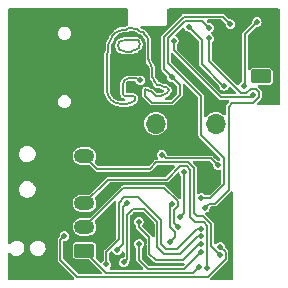
<source format=gbr>
%TF.GenerationSoftware,KiCad,Pcbnew,7.0.5*%
%TF.CreationDate,2023-07-12T14:46:01+02:00*%
%TF.ProjectId,euroslimenRFV2,6575726f-736c-4696-9d65-6e524656322e,rev?*%
%TF.SameCoordinates,Original*%
%TF.FileFunction,Copper,L2,Bot*%
%TF.FilePolarity,Positive*%
%FSLAX46Y46*%
G04 Gerber Fmt 4.6, Leading zero omitted, Abs format (unit mm)*
G04 Created by KiCad (PCBNEW 7.0.5) date 2023-07-12 14:46:01*
%MOMM*%
%LPD*%
G01*
G04 APERTURE LIST*
G04 Aperture macros list*
%AMRoundRect*
0 Rectangle with rounded corners*
0 $1 Rounding radius*
0 $2 $3 $4 $5 $6 $7 $8 $9 X,Y pos of 4 corners*
0 Add a 4 corners polygon primitive as box body*
4,1,4,$2,$3,$4,$5,$6,$7,$8,$9,$2,$3,0*
0 Add four circle primitives for the rounded corners*
1,1,$1+$1,$2,$3*
1,1,$1+$1,$4,$5*
1,1,$1+$1,$6,$7*
1,1,$1+$1,$8,$9*
0 Add four rect primitives between the rounded corners*
20,1,$1+$1,$2,$3,$4,$5,0*
20,1,$1+$1,$4,$5,$6,$7,0*
20,1,$1+$1,$6,$7,$8,$9,0*
20,1,$1+$1,$8,$9,$2,$3,0*%
G04 Aperture macros list end*
%TA.AperFunction,ComponentPad*%
%ADD10O,2.100000X1.000000*%
%TD*%
%TA.AperFunction,ComponentPad*%
%ADD11O,1.800000X1.000000*%
%TD*%
%TA.AperFunction,ComponentPad*%
%ADD12O,1.700000X1.700000*%
%TD*%
%TA.AperFunction,ComponentPad*%
%ADD13RoundRect,0.250000X0.625000X-0.350000X0.625000X0.350000X-0.625000X0.350000X-0.625000X-0.350000X0*%
%TD*%
%TA.AperFunction,ComponentPad*%
%ADD14O,1.750000X1.200000*%
%TD*%
%TA.AperFunction,ViaPad*%
%ADD15C,0.500000*%
%TD*%
%TA.AperFunction,Conductor*%
%ADD16C,0.200000*%
%TD*%
G04 APERTURE END LIST*
D10*
%TO.P,USB1,S1,SHIELD*%
%TO.N,GND*%
X100280000Y-52675000D03*
D11*
X96100000Y-52675000D03*
D10*
X100280000Y-61315000D03*
D11*
X96100000Y-61315000D03*
%TD*%
D12*
%TO.P,PROG1,1,Pin_1*%
%TO.N,SWDCLK*%
X107510000Y-61760000D03*
%TO.P,PROG1,2,Pin_2*%
%TO.N,GND*%
X110050000Y-61760000D03*
%TO.P,PROG1,3,Pin_3*%
%TO.N,SWDIO*%
X112590000Y-61760000D03*
%TD*%
D13*
%TO.P,EXT1,1,Pin_1*%
%TO.N,SDAAUX*%
X101470000Y-72510000D03*
D14*
%TO.P,EXT1,2,Pin_2*%
%TO.N,VDD*%
X101470000Y-70510000D03*
%TO.P,EXT1,3,Pin_3*%
%TO.N,INT2*%
X101470000Y-68510000D03*
%TO.P,EXT1,4,Pin_4*%
%TO.N,GND*%
X101470000Y-66510000D03*
%TO.P,EXT1,5,Pin_5*%
%TO.N,SCLAUX*%
X101470000Y-64510000D03*
%TD*%
D13*
%TO.P,BAT1,1,Pin_1*%
%TO.N,BAT+*%
X116430000Y-57770000D03*
D14*
%TO.P,BAT1,2,Pin_2*%
%TO.N,GND*%
X116430000Y-55770000D03*
%TD*%
D15*
%TO.N,GND*%
X102760000Y-72650000D03*
X112090000Y-67310000D03*
X112550000Y-60120000D03*
X98410000Y-71000000D03*
X114474556Y-58138494D03*
X100050000Y-73000000D03*
X104850000Y-65090000D03*
X103900000Y-71340000D03*
X112400000Y-69030000D03*
X103970000Y-73130000D03*
X110540000Y-56050000D03*
%TO.N,INT*%
X111380000Y-71310000D03*
X104810000Y-73510000D03*
%TO.N,VDD*%
X108020000Y-64380000D03*
X112780000Y-65290000D03*
X109400000Y-70520000D03*
%TO.N,SCL*%
X111380000Y-72610000D03*
X106090000Y-71950000D03*
%TO.N,SDA*%
X106080000Y-70050000D03*
X111380000Y-71960000D03*
%TO.N,SDAAUX*%
X111160000Y-73910000D03*
%TO.N,INT2*%
X111860000Y-73990000D03*
%TO.N,SCLAUX*%
X112920000Y-72860000D03*
%TO.N,RST*%
X99770000Y-71280000D03*
X112980000Y-72190000D03*
%TO.N,ADCBAT*%
X109910000Y-65880000D03*
X109570000Y-69670000D03*
%TO.N,VBUS*%
X113820000Y-53350000D03*
X106180000Y-58090000D03*
X108870000Y-57820000D03*
%TO.N,SDX*%
X104260000Y-72480000D03*
X105060000Y-68510000D03*
%TO.N,INTX*%
X108700000Y-71810000D03*
X108860000Y-68550000D03*
%TO.N,LEDG*%
X111380000Y-70660000D03*
X103330000Y-73680000D03*
%TO.N,LEDCHG*%
X109040000Y-54730000D03*
X115760000Y-59310000D03*
%TO.N,/GREEN*%
X114960000Y-58570000D03*
X116070000Y-53160000D03*
%TO.N,LEDSTBY*%
X110290000Y-53560000D03*
X113300000Y-58560000D03*
%TO.N,EN2*%
X111670000Y-68890000D03*
X112040000Y-54550000D03*
%TO.N,EN1*%
X111380000Y-68060000D03*
X112040000Y-53650000D03*
%TD*%
D16*
%TO.N,*%
X104320665Y-55069398D02*
X104320665Y-55219484D01*
X104713299Y-55612119D02*
X104838238Y-55612119D01*
X105930664Y-55442118D02*
X106047527Y-55325256D01*
X105875309Y-54652119D02*
X104888446Y-54652119D01*
X106065665Y-54797119D02*
X105970665Y-54702119D01*
X105375395Y-55672119D02*
X104983091Y-55672119D01*
X104600665Y-54762119D02*
X104622883Y-54762119D01*
X106160665Y-55026469D02*
X106160665Y-55052119D01*
X104429954Y-54832829D02*
X104410665Y-54852119D01*
X105935665Y-54677119D02*
X105960665Y-54702119D01*
X104320677Y-55219484D02*
G75*
G03*
X104435666Y-55497118I392623J-16D01*
G01*
X104410675Y-54852129D02*
G75*
G03*
X104320665Y-55069398I217225J-217271D01*
G01*
X106047516Y-55325245D02*
G75*
G03*
X106160665Y-55052119I-273116J273145D01*
G01*
X104910636Y-55642148D02*
G75*
G03*
X104838238Y-55612119I-72436J-72352D01*
G01*
X106160682Y-55026469D02*
G75*
G03*
X106065665Y-54797119I-324382J-31D01*
G01*
X105935665Y-54677119D02*
G75*
G03*
X105875309Y-54652119I-60365J-60381D01*
G01*
X104910671Y-55642113D02*
G75*
G03*
X104983091Y-55672119I72429J72413D01*
G01*
X104600665Y-54762082D02*
G75*
G03*
X104429954Y-54832829I35J-241418D01*
G01*
X104888446Y-54652152D02*
G75*
G03*
X104755665Y-54707119I-46J-187748D01*
G01*
X104435668Y-55497116D02*
G75*
G03*
X104713299Y-55612119I277632J277616D01*
G01*
X104622883Y-54762096D02*
G75*
G03*
X104755665Y-54707119I17J187796D01*
G01*
X105375395Y-55672100D02*
G75*
G03*
X105930664Y-55442118I5J785300D01*
G01*
%TO.N,GND*%
X108850000Y-60560000D02*
X110050000Y-61760000D01*
X100667107Y-71470000D02*
X103770000Y-71470000D01*
X100260000Y-62015000D02*
X101715000Y-60560000D01*
X101715000Y-60560000D02*
X108850000Y-60560000D01*
X100260000Y-65300000D02*
X100260000Y-62015000D01*
X98160000Y-70750000D02*
X98160000Y-69820000D01*
X98410000Y-71000000D02*
X98630000Y-70780000D01*
X103770000Y-71470000D02*
X103900000Y-71340000D01*
X98630000Y-70780000D02*
X99977107Y-70780000D01*
X98160000Y-69820000D02*
X101470000Y-66510000D01*
X98410000Y-71000000D02*
X98160000Y-70750000D01*
X99977107Y-70780000D02*
X100667107Y-71470000D01*
X101470000Y-66510000D02*
X100260000Y-65300000D01*
%TO.N,INT*%
X109580000Y-72810000D02*
X111080000Y-71310000D01*
X104810000Y-73510000D02*
X105090000Y-73230000D01*
X105090000Y-73230000D02*
X105090000Y-69470000D01*
X111080000Y-71310000D02*
X111380000Y-71310000D01*
X107640000Y-72230000D02*
X108220000Y-72810000D01*
X106540000Y-69000000D02*
X107640000Y-70100000D01*
X105560000Y-69000000D02*
X106540000Y-69000000D01*
X107640000Y-70100000D02*
X107640000Y-72230000D01*
X108220000Y-72810000D02*
X109580000Y-72810000D01*
X105090000Y-69470000D02*
X105560000Y-69000000D01*
%TO.N,VDD*%
X112200000Y-64710000D02*
X112780000Y-65290000D01*
X108350000Y-64710000D02*
X112200000Y-64710000D01*
X109360000Y-68340000D02*
X109360000Y-68760000D01*
X108020000Y-64380000D02*
X108350000Y-64710000D01*
X109070000Y-69050000D02*
X109070000Y-70190000D01*
X109070000Y-70190000D02*
X109400000Y-70520000D01*
X109360000Y-68760000D02*
X109070000Y-69050000D01*
X108240000Y-67220000D02*
X109360000Y-68340000D01*
X101470000Y-70510000D02*
X104760000Y-67220000D01*
X104760000Y-67220000D02*
X108240000Y-67220000D01*
%TO.N,SCL*%
X106090000Y-73290000D02*
X106860000Y-74060000D01*
X106860000Y-74060000D02*
X109930000Y-74060000D01*
X106090000Y-71950000D02*
X106090000Y-73290000D01*
X109930000Y-74060000D02*
X111380000Y-72610000D01*
%TO.N,SDA*%
X106080000Y-70050000D02*
X106080000Y-70520000D01*
X106080000Y-70520000D02*
X106960000Y-71400000D01*
X107510000Y-73310000D02*
X109830000Y-73310000D01*
X111180000Y-71960000D02*
X111380000Y-71960000D01*
X109830000Y-73310000D02*
X111180000Y-71960000D01*
X106960000Y-72760000D02*
X107510000Y-73310000D01*
X106960000Y-71400000D02*
X106960000Y-72760000D01*
%TO.N,SDAAUX*%
X103329893Y-74387000D02*
X101470000Y-72527107D01*
X110683000Y-74387000D02*
X103329893Y-74387000D01*
X101470000Y-72527107D02*
X101470000Y-72510000D01*
X111160000Y-73910000D02*
X110683000Y-74387000D01*
%TO.N,INT2*%
X103480000Y-66500000D02*
X101470000Y-68510000D01*
X111570000Y-70090000D02*
X110850000Y-70090000D01*
X110410000Y-69650000D02*
X110410000Y-65672893D01*
X111880000Y-73970000D02*
X111880000Y-70400000D01*
X108420000Y-66500000D02*
X103480000Y-66500000D01*
X110117107Y-65380000D02*
X109540000Y-65380000D01*
X111880000Y-70400000D02*
X111570000Y-70090000D01*
X110850000Y-70090000D02*
X110410000Y-69650000D01*
X110410000Y-65672893D02*
X110117107Y-65380000D01*
X109540000Y-65380000D02*
X108420000Y-66500000D01*
X111860000Y-73990000D02*
X111880000Y-73970000D01*
%TO.N,SCLAUX*%
X107527000Y-65053000D02*
X106990000Y-65590000D01*
X112920000Y-72860000D02*
X112207000Y-72147000D01*
X110760000Y-69300000D02*
X110760000Y-65560445D01*
X110252555Y-65053000D02*
X107527000Y-65053000D01*
X110760000Y-65560445D02*
X110252555Y-65053000D01*
X102550000Y-65590000D02*
X101470000Y-64510000D01*
X112207000Y-70264552D02*
X111492448Y-69550000D01*
X112207000Y-72147000D02*
X112207000Y-70264552D01*
X111492448Y-69550000D02*
X111010000Y-69550000D01*
X106990000Y-65590000D02*
X102550000Y-65590000D01*
X111010000Y-69550000D02*
X110760000Y-69300000D01*
%TO.N,RST*%
X99770000Y-71280000D02*
X99420000Y-71630000D01*
X100836893Y-74714000D02*
X111906000Y-74714000D01*
X113420000Y-72630000D02*
X112980000Y-72190000D01*
X113420000Y-73200000D02*
X113420000Y-72630000D01*
X99420000Y-73297107D02*
X100836893Y-74714000D01*
X99420000Y-71630000D02*
X99420000Y-73297107D01*
X111906000Y-74714000D02*
X113420000Y-73200000D01*
%TO.N,ADCBAT*%
X109900000Y-69340000D02*
X109900000Y-65890000D01*
X109900000Y-65890000D02*
X109910000Y-65880000D01*
X109570000Y-69670000D02*
X109900000Y-69340000D01*
%TO.N,VBUS*%
X106165262Y-58090000D02*
X106041714Y-57966452D01*
X107360000Y-58100000D02*
X107398076Y-58138076D01*
X105870796Y-57940000D02*
X105183847Y-57940000D01*
X109570000Y-59320000D02*
X109570000Y-58520000D01*
X106849511Y-58930000D02*
X106680000Y-58930000D01*
X107230000Y-57140416D02*
X107230000Y-57786152D01*
X108213000Y-54387445D02*
X109890445Y-52710000D01*
X106890000Y-55384142D02*
X106890000Y-56319583D01*
X103500000Y-55588078D02*
X103500000Y-55059705D01*
X109570000Y-58520000D02*
X108870000Y-57820000D01*
X108213000Y-57163000D02*
X108213000Y-54387445D01*
X106870000Y-54848614D02*
X106870000Y-55335857D01*
X103810710Y-54379289D02*
X104150190Y-54039809D01*
X109890445Y-52710000D02*
X113180000Y-52710000D01*
X107490000Y-59390000D02*
X107140000Y-59040000D01*
X106600000Y-58850000D02*
X106600000Y-59390000D01*
X106180000Y-58090000D02*
X106165262Y-58090000D01*
X108900000Y-59990000D02*
X109570000Y-59320000D01*
X103370000Y-58887954D02*
X103370000Y-55901923D01*
X104705000Y-53810000D02*
X104952218Y-53810000D01*
X106680000Y-58930000D02*
X106600000Y-58850000D01*
X107140000Y-59040000D02*
X106959511Y-59040000D01*
X108580502Y-59039497D02*
X108430000Y-59190000D01*
X105077659Y-60100000D02*
X104582045Y-60100000D01*
X106600000Y-59390000D02*
X107200000Y-59990000D01*
X104740000Y-58383847D02*
X104740000Y-59246360D01*
X108870000Y-57820000D02*
X108213000Y-57163000D01*
X106959511Y-59040000D02*
X106849511Y-58930000D01*
X107200000Y-59990000D02*
X108900000Y-59990000D01*
X108193137Y-58650000D02*
X108288578Y-58650000D01*
X113180000Y-52710000D02*
X113820000Y-53350000D01*
X108530000Y-58750000D02*
X108580502Y-58800502D01*
X107947157Y-59390000D02*
X107490000Y-59390000D01*
X106222842Y-53982842D02*
X106292842Y-53982842D01*
X106412339Y-54032339D02*
X106616421Y-54236421D01*
X107620000Y-58490000D02*
X107806862Y-58490000D01*
X105217781Y-53700000D02*
X105540000Y-53700000D01*
X105765003Y-59744997D02*
X105645000Y-59865000D01*
X103620000Y-54770000D02*
X103669289Y-54720710D01*
X104893639Y-59400000D02*
X105487365Y-59400000D01*
X103619998Y-54769998D02*
G75*
G03*
X103500000Y-55059705I289702J-289702D01*
G01*
X103810715Y-54379294D02*
G75*
G03*
X103740000Y-54550000I170685J-170706D01*
G01*
X107490000Y-58360000D02*
G75*
G03*
X107620000Y-58490000I130000J0D01*
G01*
X104869986Y-58069986D02*
G75*
G03*
X104740000Y-58383847I313814J-313814D01*
G01*
X103669285Y-54720706D02*
G75*
G03*
X103740000Y-54550000I-170685J170706D01*
G01*
X103435007Y-55745007D02*
G75*
G03*
X103500000Y-55588078I-156907J156907D01*
G01*
X107489984Y-58360000D02*
G75*
G03*
X107398076Y-58138076I-313884J0D01*
G01*
X106222845Y-53982839D02*
G75*
G03*
X105540000Y-53700000I-682845J-682861D01*
G01*
X106869981Y-54848614D02*
G75*
G03*
X106616421Y-54236421I-865781J14D01*
G01*
X104740017Y-59246360D02*
G75*
G03*
X104785000Y-59355000I153583J-40D01*
G01*
X103434993Y-55744993D02*
G75*
G03*
X103370000Y-55901923I156907J-156907D01*
G01*
X105217781Y-53699993D02*
G75*
G03*
X105085000Y-53755000I19J-187807D01*
G01*
X108629998Y-58920000D02*
G75*
G03*
X108580502Y-58800502I-168998J0D01*
G01*
X106889982Y-55384142D02*
G75*
G03*
X106880000Y-55360000I-34082J42D01*
G01*
X106870018Y-55335857D02*
G75*
G03*
X106880000Y-55360000I34082J-43D01*
G01*
X104784988Y-59355012D02*
G75*
G03*
X104893639Y-59400000I108612J108612D01*
G01*
X106890007Y-56319583D02*
G75*
G03*
X107060000Y-56730000I580393J-17D01*
G01*
X106412310Y-54032368D02*
G75*
G03*
X106292842Y-53982842I-119510J-119432D01*
G01*
X103724987Y-59745013D02*
G75*
G03*
X104582045Y-60100000I857013J857013D01*
G01*
X107230020Y-57786152D02*
G75*
G03*
X107360000Y-58100000I443780J-48D01*
G01*
X105765010Y-59514990D02*
G75*
G03*
X105487365Y-59400000I-277610J-277610D01*
G01*
X104952218Y-53810007D02*
G75*
G03*
X105085000Y-53755000I-18J187807D01*
G01*
X107999989Y-58570011D02*
G75*
G03*
X108193137Y-58650000I193111J193111D01*
G01*
X105183847Y-57940020D02*
G75*
G03*
X104870000Y-58070000I-47J-443780D01*
G01*
X108000011Y-58569989D02*
G75*
G03*
X107806862Y-58490000I-193111J-193111D01*
G01*
X108530006Y-58749994D02*
G75*
G03*
X108288578Y-58650000I-241406J-241406D01*
G01*
X105765003Y-59744997D02*
G75*
G03*
X105765000Y-59515000I-115003J114997D01*
G01*
X105077659Y-60099954D02*
G75*
G03*
X105645000Y-59865000I41J802354D01*
G01*
X104705000Y-53809994D02*
G75*
G03*
X104150190Y-54039809I0J-784606D01*
G01*
X108580504Y-59039499D02*
G75*
G03*
X108630000Y-58920000I-119504J119499D01*
G01*
X103370019Y-58887954D02*
G75*
G03*
X103725000Y-59745000I1211981J-46D01*
G01*
X106041715Y-57966449D02*
G75*
G03*
X105870796Y-57940000I-183115J-617851D01*
G01*
X107947157Y-59389953D02*
G75*
G03*
X108430000Y-59190000I43J682853D01*
G01*
X107229993Y-57140416D02*
G75*
G03*
X107060000Y-56730000I-580393J16D01*
G01*
%TO.N,SDX*%
X104750000Y-71990000D02*
X104750000Y-68820000D01*
X104260000Y-72480000D02*
X104750000Y-71990000D01*
X104750000Y-68820000D02*
X105060000Y-68510000D01*
%TO.N,INTX*%
X108730000Y-70557107D02*
X108730000Y-68680000D01*
X109150000Y-71360000D02*
X109150000Y-70977107D01*
X109150000Y-70977107D02*
X108730000Y-70557107D01*
X108730000Y-68680000D02*
X108860000Y-68550000D01*
X108700000Y-71810000D02*
X109150000Y-71360000D01*
%TO.N,LEDG*%
X103330000Y-73680000D02*
X103330000Y-72617107D01*
X104852893Y-68010000D02*
X106012448Y-68010000D01*
X104400000Y-71547107D02*
X104400000Y-68462893D01*
X104400000Y-68462893D02*
X104852893Y-68010000D01*
X109280000Y-72350000D02*
X110970000Y-70660000D01*
X108400000Y-72350000D02*
X109280000Y-72350000D01*
X106012448Y-68010000D02*
X107967000Y-69964552D01*
X107967000Y-71917000D02*
X108400000Y-72350000D01*
X107967000Y-69964552D02*
X107967000Y-71917000D01*
X103330000Y-72617107D02*
X104400000Y-71547107D01*
X110970000Y-70660000D02*
X111380000Y-70660000D01*
%TO.N,LEDCHG*%
X115760000Y-59310000D02*
X115550000Y-59520000D01*
X115550000Y-59520000D02*
X113000000Y-59520000D01*
X109040000Y-55560000D02*
X109040000Y-54730000D01*
X113000000Y-59520000D02*
X109040000Y-55560000D01*
%TO.N,/GREEN*%
X115070000Y-58460000D02*
X115070000Y-54160000D01*
X115070000Y-54160000D02*
X116070000Y-53160000D01*
X114960000Y-58570000D02*
X115070000Y-58460000D01*
%TO.N,LEDSTBY*%
X111400000Y-54670000D02*
X110290000Y-53560000D01*
X111400000Y-56730000D02*
X111400000Y-54670000D01*
X113300000Y-58560000D02*
X113230000Y-58560000D01*
X113230000Y-58560000D02*
X111400000Y-56730000D01*
%TO.N,EN2*%
X115552893Y-58810000D02*
X115169893Y-59193000D01*
X114743000Y-59193000D02*
X112040000Y-56490000D01*
X113667000Y-60323000D02*
X113940000Y-60050000D01*
X112030000Y-68530000D02*
X112510000Y-68530000D01*
X116260000Y-59517107D02*
X116260000Y-59102893D01*
X113667000Y-67373000D02*
X113667000Y-60323000D01*
X115727107Y-60050000D02*
X116260000Y-59517107D01*
X115967107Y-58810000D02*
X115552893Y-58810000D01*
X115169893Y-59193000D02*
X114743000Y-59193000D01*
X116260000Y-59102893D02*
X115967107Y-58810000D01*
X112510000Y-68530000D02*
X113667000Y-67373000D01*
X112040000Y-56490000D02*
X112040000Y-54550000D01*
X111670000Y-68890000D02*
X112030000Y-68530000D01*
X113940000Y-60050000D02*
X115727107Y-60050000D01*
%TO.N,EN1*%
X111380000Y-68060000D02*
X112120000Y-68060000D01*
X112120000Y-68060000D02*
X113280000Y-66900000D01*
X111450000Y-53060000D02*
X112040000Y-53650000D01*
X108540000Y-56630000D02*
X108540000Y-54522893D01*
X110002893Y-53060000D02*
X111450000Y-53060000D01*
X113280000Y-64690000D02*
X111340000Y-62750000D01*
X113280000Y-66900000D02*
X113280000Y-64690000D01*
X111340000Y-62750000D02*
X111340000Y-59430000D01*
X108540000Y-54522893D02*
X110002893Y-53060000D01*
X111340000Y-59430000D02*
X108540000Y-56630000D01*
%TD*%
%TA.AperFunction,Conductor*%
%TO.N,GND*%
G36*
X105007959Y-52001985D02*
G01*
X105008001Y-52001991D01*
X105009740Y-52002266D01*
X105011957Y-52002660D01*
X105049852Y-52010194D01*
X105081950Y-52021322D01*
X105088408Y-52024612D01*
X105088414Y-52024615D01*
X105094703Y-52028300D01*
X105117266Y-52043373D01*
X105136057Y-52058795D01*
X105139800Y-52062538D01*
X105155219Y-52081325D01*
X105170278Y-52103860D01*
X105173972Y-52110163D01*
X105177255Y-52116605D01*
X105188396Y-52148746D01*
X105195701Y-52185523D01*
X105198077Y-52209681D01*
X105198078Y-53189608D01*
X105187656Y-53225101D01*
X105195695Y-53265512D01*
X105198078Y-53289704D01*
X105198078Y-53292222D01*
X105198100Y-53292445D01*
X105198100Y-53317932D01*
X105189809Y-53346167D01*
X105195640Y-53364793D01*
X105177152Y-53432172D01*
X105125170Y-53478859D01*
X105102385Y-53486443D01*
X105102461Y-53486693D01*
X105096631Y-53488461D01*
X105021065Y-53519768D01*
X104970295Y-53553691D01*
X104962648Y-53557780D01*
X104956939Y-53561596D01*
X104953499Y-53562673D01*
X104948915Y-53565125D01*
X104944889Y-53566795D01*
X104944365Y-53565534D01*
X104890263Y-53582480D01*
X104888039Y-53582500D01*
X104756368Y-53582500D01*
X104756348Y-53582494D01*
X104705000Y-53582494D01*
X104625344Y-53582494D01*
X104588421Y-53588342D01*
X104467997Y-53607415D01*
X104467994Y-53607415D01*
X104316475Y-53656648D01*
X104174530Y-53728975D01*
X104045643Y-53822619D01*
X104045640Y-53822622D01*
X104006761Y-53861503D01*
X104006757Y-53861505D01*
X103980219Y-53888047D01*
X103630691Y-54237572D01*
X103630599Y-54237674D01*
X103617203Y-54251068D01*
X103617195Y-54251077D01*
X103565876Y-54327872D01*
X103530523Y-54413216D01*
X103512500Y-54503813D01*
X103512500Y-54504399D01*
X103512412Y-54504696D01*
X103511903Y-54509873D01*
X103510921Y-54509776D01*
X103492815Y-54571438D01*
X103476181Y-54592080D01*
X103472785Y-54595475D01*
X103472766Y-54595497D01*
X103414756Y-54653506D01*
X103414753Y-54653510D01*
X103345020Y-54757872D01*
X103345019Y-54757874D01*
X103296989Y-54873829D01*
X103296984Y-54873845D01*
X103272499Y-54996945D01*
X103272500Y-55029384D01*
X103272500Y-55530997D01*
X103272495Y-55531049D01*
X103272495Y-55534417D01*
X103272020Y-55536034D01*
X103270269Y-55554414D01*
X103270264Y-55554440D01*
X103266810Y-55553775D01*
X103252810Y-55601456D01*
X103247705Y-55607795D01*
X103235903Y-55625458D01*
X103235022Y-55627104D01*
X103193641Y-55689040D01*
X103193638Y-55689046D01*
X103159762Y-55770839D01*
X103146670Y-55836682D01*
X103144910Y-55842225D01*
X103142500Y-55853568D01*
X103142500Y-55854712D01*
X103142495Y-55854811D01*
X103142500Y-55899606D01*
X103142500Y-58914945D01*
X103142516Y-58915283D01*
X103142515Y-58965492D01*
X103142515Y-58982299D01*
X103150370Y-59041977D01*
X103167140Y-59169388D01*
X103167141Y-59169391D01*
X103212288Y-59337900D01*
X103215977Y-59351669D01*
X103288184Y-59526004D01*
X103288188Y-59526012D01*
X103382539Y-59689438D01*
X103382543Y-59689443D01*
X103497412Y-59839146D01*
X103497414Y-59839148D01*
X103497415Y-59839149D01*
X103527801Y-59869535D01*
X103527831Y-59869590D01*
X103564120Y-59905879D01*
X103564120Y-59905880D01*
X103630838Y-59972599D01*
X103646085Y-59984298D01*
X103780543Y-60087470D01*
X103780549Y-60087474D01*
X103780552Y-60087476D01*
X103943979Y-60181829D01*
X104118325Y-60254041D01*
X104300604Y-60302878D01*
X104487699Y-60327504D01*
X104582047Y-60327500D01*
X104582055Y-60327500D01*
X105104407Y-60327500D01*
X105105242Y-60327455D01*
X105158695Y-60327459D01*
X105318796Y-60302111D01*
X105472960Y-60252031D01*
X105617394Y-60178452D01*
X105748539Y-60083186D01*
X105759741Y-60071984D01*
X105759771Y-60071962D01*
X105799485Y-60032248D01*
X105799489Y-60032252D01*
X105799507Y-60032224D01*
X105805853Y-60025881D01*
X105837854Y-59993885D01*
X105837854Y-59993883D01*
X105847441Y-59984298D01*
X105847469Y-59984262D01*
X105881953Y-59949778D01*
X105881963Y-59949771D01*
X105893874Y-59937859D01*
X105893876Y-59937859D01*
X105925874Y-59905860D01*
X105925874Y-59905859D01*
X105943314Y-59888419D01*
X105943322Y-59888410D01*
X105949837Y-59881895D01*
X105949846Y-59881884D01*
X105962190Y-59869540D01*
X105962192Y-59869536D01*
X105962195Y-59869533D01*
X106013547Y-59780584D01*
X106013548Y-59780583D01*
X106013548Y-59780582D01*
X106013550Y-59780579D01*
X106040134Y-59681356D01*
X106040133Y-59578634D01*
X106013546Y-59479412D01*
X105962184Y-59390452D01*
X105962183Y-59390451D01*
X105962152Y-59390397D01*
X105919409Y-59347656D01*
X105882685Y-59310933D01*
X105781109Y-59243065D01*
X105781105Y-59243063D01*
X105781103Y-59243062D01*
X105781101Y-59243061D01*
X105668249Y-59196322D01*
X105668245Y-59196320D01*
X105668243Y-59196320D01*
X105668239Y-59196319D01*
X105668235Y-59196318D01*
X105548428Y-59172496D01*
X105548426Y-59172496D01*
X105528065Y-59172497D01*
X105487341Y-59172500D01*
X105091500Y-59172500D01*
X105024461Y-59152815D01*
X104978706Y-59100011D01*
X104967500Y-59048500D01*
X104967500Y-58441373D01*
X104967505Y-58441312D01*
X104967503Y-58429077D01*
X104967505Y-58429075D01*
X104967500Y-58387887D01*
X104968029Y-58379798D01*
X104972737Y-58344018D01*
X104981111Y-58312751D01*
X104990231Y-58290732D01*
X105006410Y-58262708D01*
X105020869Y-58243863D01*
X105043755Y-58220978D01*
X105062714Y-58206430D01*
X105090752Y-58190244D01*
X105104976Y-58184354D01*
X105112759Y-58181131D01*
X105144019Y-58172756D01*
X105179956Y-58168028D01*
X105188034Y-58167500D01*
X105229075Y-58167505D01*
X105229077Y-58167503D01*
X105241312Y-58167505D01*
X105241373Y-58167500D01*
X105694010Y-58167500D01*
X105761049Y-58187185D01*
X105804492Y-58235202D01*
X105851950Y-58328342D01*
X105851951Y-58328343D01*
X105851954Y-58328347D01*
X105941652Y-58418045D01*
X105941654Y-58418046D01*
X105941658Y-58418050D01*
X106054696Y-58475646D01*
X106054697Y-58475646D01*
X106054699Y-58475647D01*
X106179997Y-58495492D01*
X106180000Y-58495492D01*
X106180003Y-58495492D01*
X106305300Y-58475647D01*
X106305301Y-58475646D01*
X106305304Y-58475646D01*
X106319466Y-58468429D01*
X106388134Y-58455532D01*
X106389231Y-58455977D01*
X106413504Y-58427013D01*
X106411442Y-58424951D01*
X106508045Y-58328347D01*
X106508050Y-58328342D01*
X106565646Y-58215304D01*
X106565646Y-58215302D01*
X106565647Y-58215301D01*
X106565647Y-58215300D01*
X106585492Y-58090003D01*
X106585492Y-58089996D01*
X106565647Y-57964699D01*
X106565647Y-57964698D01*
X106555765Y-57945304D01*
X106508050Y-57851658D01*
X106508046Y-57851654D01*
X106508045Y-57851652D01*
X106418347Y-57761954D01*
X106418344Y-57761952D01*
X106418342Y-57761950D01*
X106305304Y-57704354D01*
X106305303Y-57704353D01*
X106305300Y-57704352D01*
X106180003Y-57684508D01*
X106179998Y-57684508D01*
X106054700Y-57704352D01*
X106054694Y-57704354D01*
X106048452Y-57707535D01*
X105979782Y-57720426D01*
X105978715Y-57720314D01*
X105934982Y-57715543D01*
X105928813Y-57714553D01*
X105919153Y-57712500D01*
X105872949Y-57712500D01*
X105833157Y-57711746D01*
X105829857Y-57711684D01*
X105829856Y-57711684D01*
X105824575Y-57711584D01*
X105814279Y-57712500D01*
X105156885Y-57712500D01*
X105156552Y-57712516D01*
X105117747Y-57712514D01*
X105117744Y-57712514D01*
X104988034Y-57738304D01*
X104865854Y-57788906D01*
X104865852Y-57788907D01*
X104755897Y-57862372D01*
X104755886Y-57862380D01*
X104745453Y-57872812D01*
X104745391Y-57872845D01*
X104662361Y-57955877D01*
X104588889Y-58065842D01*
X104588889Y-58065843D01*
X104538285Y-58188028D01*
X104512493Y-58317747D01*
X104512500Y-58380670D01*
X104512500Y-59273449D01*
X104512510Y-59273668D01*
X104512505Y-59296488D01*
X104530900Y-59365183D01*
X104537666Y-59390452D01*
X104538468Y-59393445D01*
X104538471Y-59393453D01*
X104588644Y-59480372D01*
X104588752Y-59480512D01*
X104659609Y-59551362D01*
X104659608Y-59551362D01*
X104659610Y-59551363D01*
X104659612Y-59551365D01*
X104716685Y-59584310D01*
X104746546Y-59601547D01*
X104848025Y-59628720D01*
X104907692Y-59665075D01*
X104938232Y-59727917D01*
X104929948Y-59797293D01*
X104885472Y-59851179D01*
X104818924Y-59872464D01*
X104815952Y-59872500D01*
X104639132Y-59872500D01*
X104639099Y-59872497D01*
X104584472Y-59872499D01*
X104579605Y-59872308D01*
X104437751Y-59861149D01*
X104418531Y-59858106D01*
X104287280Y-59826599D01*
X104268774Y-59820586D01*
X104144077Y-59768938D01*
X104126738Y-59760104D01*
X104011652Y-59689581D01*
X103995910Y-59678144D01*
X103994165Y-59676654D01*
X103893369Y-59590566D01*
X103879610Y-59576807D01*
X103853857Y-59546654D01*
X103791869Y-59474075D01*
X103780434Y-59458335D01*
X103767713Y-59437576D01*
X103709909Y-59343247D01*
X103701078Y-59325913D01*
X103649428Y-59201212D01*
X103643420Y-59182720D01*
X103611911Y-59051459D01*
X103608869Y-59032245D01*
X103606852Y-59006609D01*
X103597691Y-58890149D01*
X103597500Y-58885282D01*
X103597500Y-58877500D01*
X103597502Y-58842710D01*
X103597501Y-58842708D01*
X103597502Y-58830899D01*
X103597500Y-58830867D01*
X103597500Y-55959450D01*
X103597505Y-55959389D01*
X103597505Y-55955631D01*
X103598068Y-55953710D01*
X103599908Y-55935132D01*
X103599914Y-55935102D01*
X103603326Y-55935784D01*
X103617172Y-55888587D01*
X103622167Y-55882392D01*
X103627861Y-55873871D01*
X103627865Y-55873868D01*
X103627866Y-55873863D01*
X103634142Y-55864474D01*
X103635023Y-55862824D01*
X103676361Y-55800956D01*
X103710237Y-55719158D01*
X103723326Y-55653329D01*
X103725084Y-55647797D01*
X103727500Y-55636434D01*
X103727500Y-55635381D01*
X103727502Y-55635324D01*
X103727501Y-55632328D01*
X103727503Y-55632323D01*
X103727500Y-55588055D01*
X103727500Y-55583909D01*
X103727500Y-55246606D01*
X104093165Y-55246606D01*
X104093174Y-55246805D01*
X104093174Y-55280554D01*
X104117000Y-55400360D01*
X104163743Y-55513217D01*
X104163746Y-55513223D01*
X104231606Y-55614790D01*
X104232582Y-55615766D01*
X104232591Y-55615777D01*
X104274792Y-55657979D01*
X104274793Y-55657981D01*
X104315357Y-55698547D01*
X104315402Y-55698584D01*
X104317984Y-55701166D01*
X104317992Y-55701173D01*
X104379160Y-55742045D01*
X104419553Y-55769036D01*
X104419555Y-55769036D01*
X104419557Y-55769038D01*
X104532404Y-55815783D01*
X104532414Y-55815786D01*
X104652219Y-55839618D01*
X104652226Y-55839619D01*
X104664942Y-55839619D01*
X104713298Y-55839619D01*
X104757550Y-55839619D01*
X104819562Y-55856239D01*
X104855725Y-55877123D01*
X104917879Y-55893782D01*
X104933783Y-55899416D01*
X104934734Y-55899619D01*
X104983065Y-55899619D01*
X104983094Y-55899619D01*
X105028324Y-55899623D01*
X105028326Y-55899622D01*
X105040120Y-55899623D01*
X105040173Y-55899619D01*
X105402430Y-55899619D01*
X105402777Y-55899600D01*
X105455098Y-55899601D01*
X105612546Y-55874666D01*
X105764155Y-55825409D01*
X105906192Y-55753044D01*
X106035161Y-55659350D01*
X106045411Y-55649100D01*
X106045423Y-55649091D01*
X106057334Y-55637179D01*
X106057336Y-55637179D01*
X106083803Y-55610712D01*
X106091523Y-55602993D01*
X106123523Y-55570996D01*
X106123523Y-55570995D01*
X106133715Y-55560805D01*
X106133734Y-55560780D01*
X106225300Y-55469217D01*
X106225303Y-55469211D01*
X106227458Y-55467057D01*
X106227633Y-55466863D01*
X106251122Y-55443378D01*
X106318297Y-55342855D01*
X106364570Y-55231159D01*
X106388162Y-55112581D01*
X106388162Y-55112580D01*
X106388165Y-55112553D01*
X106388165Y-55084728D01*
X106388169Y-55084681D01*
X106388169Y-55077836D01*
X106388186Y-55077774D01*
X106388181Y-55026447D01*
X106388182Y-55026447D01*
X106388177Y-54972096D01*
X106387481Y-54968601D01*
X106366962Y-54865488D01*
X106366962Y-54865486D01*
X106360101Y-54848926D01*
X106335002Y-54788342D01*
X106325357Y-54765060D01*
X106325355Y-54765056D01*
X106264964Y-54674684D01*
X106264959Y-54674677D01*
X106226527Y-54636247D01*
X106226522Y-54636243D01*
X106211922Y-54621643D01*
X106211920Y-54621640D01*
X106114626Y-54524346D01*
X106100928Y-54515451D01*
X106097035Y-54512923D01*
X106085581Y-54503647D01*
X106085369Y-54503915D01*
X106082532Y-54501669D01*
X106077179Y-54496902D01*
X106067390Y-54487115D01*
X105996064Y-54445940D01*
X105996061Y-54445939D01*
X105943914Y-54431964D01*
X105925589Y-54425475D01*
X105923666Y-54424619D01*
X105923665Y-54424619D01*
X105875341Y-54424619D01*
X105875197Y-54424618D01*
X105830080Y-54424614D01*
X105830079Y-54424614D01*
X105817842Y-54424613D01*
X105817782Y-54424619D01*
X104861517Y-54424619D01*
X104861007Y-54424644D01*
X104847604Y-54424642D01*
X104847597Y-54424643D01*
X104767365Y-54440583D01*
X104691782Y-54471871D01*
X104691777Y-54471874D01*
X104641002Y-54505786D01*
X104633357Y-54509872D01*
X104627622Y-54513703D01*
X104624170Y-54514783D01*
X104619615Y-54517218D01*
X104615591Y-54518886D01*
X104615070Y-54517630D01*
X104560941Y-54534569D01*
X104558774Y-54534588D01*
X104554441Y-54534588D01*
X104463846Y-54552625D01*
X104463842Y-54552626D01*
X104378506Y-54587992D01*
X104378504Y-54587993D01*
X104316581Y-54629385D01*
X104314165Y-54630637D01*
X104314195Y-54630682D01*
X104303240Y-54637794D01*
X104271896Y-54669152D01*
X104230751Y-54710299D01*
X104230615Y-54710449D01*
X104212579Y-54728483D01*
X104212571Y-54728493D01*
X104171972Y-54789245D01*
X104118356Y-54834047D01*
X104113935Y-54834601D01*
X104116453Y-54838677D01*
X104115221Y-54907492D01*
X104115490Y-54907574D01*
X104115203Y-54908518D01*
X104115203Y-54908535D01*
X104115173Y-54908615D01*
X104113722Y-54913399D01*
X104093165Y-55016725D01*
X104093165Y-55246606D01*
X103727500Y-55246606D01*
X103727500Y-55104957D01*
X103727501Y-55104955D01*
X103727500Y-55063766D01*
X103728031Y-55055666D01*
X103728500Y-55052108D01*
X103731577Y-55028727D01*
X103739953Y-54997467D01*
X103745665Y-54983677D01*
X103761843Y-54955655D01*
X103772043Y-54942361D01*
X103778378Y-54934104D01*
X103783730Y-54928002D01*
X103813317Y-54898415D01*
X103847064Y-54864669D01*
X103847066Y-54864664D01*
X103852773Y-54858958D01*
X103852807Y-54858918D01*
X103862802Y-54848926D01*
X103893771Y-54802581D01*
X103947385Y-54757779D01*
X103951810Y-54757223D01*
X103949291Y-54753144D01*
X103950100Y-54693119D01*
X103948288Y-54692759D01*
X103951761Y-54675304D01*
X103967500Y-54596186D01*
X103967500Y-54595597D01*
X103967587Y-54595297D01*
X103968097Y-54590127D01*
X103969077Y-54590223D01*
X103987185Y-54528558D01*
X104003827Y-54507908D01*
X104014727Y-54497009D01*
X104014744Y-54496986D01*
X104261620Y-54250111D01*
X104261627Y-54250107D01*
X104279061Y-54232672D01*
X104279062Y-54232672D01*
X104308919Y-54202813D01*
X104313396Y-54198755D01*
X104386047Y-54139130D01*
X104406251Y-54125631D01*
X104481035Y-54085658D01*
X104503490Y-54076356D01*
X104584623Y-54051744D01*
X104608462Y-54047002D01*
X104643412Y-54043560D01*
X104701907Y-54037799D01*
X104707988Y-54037500D01*
X104750253Y-54037500D01*
X104895138Y-54037500D01*
X104895190Y-54037504D01*
X104900856Y-54037504D01*
X104900883Y-54037511D01*
X104952240Y-54037505D01*
X104952240Y-54037507D01*
X104993139Y-54037503D01*
X105073364Y-54021539D01*
X105148935Y-53990233D01*
X105199674Y-53956326D01*
X105207301Y-53952251D01*
X105213085Y-53948388D01*
X105216579Y-53947294D01*
X105221166Y-53944844D01*
X105225181Y-53943183D01*
X105225700Y-53944439D01*
X105279766Y-53927519D01*
X105281962Y-53927500D01*
X105494747Y-53927500D01*
X105536952Y-53927500D01*
X105543033Y-53927799D01*
X105671860Y-53940487D01*
X105695700Y-53945229D01*
X105810806Y-53980145D01*
X105833262Y-53989446D01*
X105939349Y-54046150D01*
X105959554Y-54059651D01*
X106039953Y-54125631D01*
X106053122Y-54136438D01*
X106066607Y-54149319D01*
X106086131Y-54171003D01*
X106090540Y-54174206D01*
X106091121Y-54174526D01*
X106093975Y-54175708D01*
X106093976Y-54175709D01*
X106132327Y-54191594D01*
X106133755Y-54192208D01*
X106174485Y-54210342D01*
X106174489Y-54210342D01*
X106177590Y-54210342D01*
X106177592Y-54210343D01*
X106217245Y-54210342D01*
X106284285Y-54230025D01*
X106304928Y-54246661D01*
X106453383Y-54395116D01*
X106457463Y-54399617D01*
X106516759Y-54471873D01*
X106527173Y-54484563D01*
X106540676Y-54504774D01*
X106588142Y-54593581D01*
X106597444Y-54616040D01*
X106626674Y-54712407D01*
X106631416Y-54736248D01*
X106642200Y-54845766D01*
X106642499Y-54851846D01*
X106642499Y-54908303D01*
X106642500Y-55131490D01*
X106642500Y-55352768D01*
X106642482Y-55370063D01*
X106645436Y-55381123D01*
X106652884Y-55409018D01*
X106653627Y-55412120D01*
X106659789Y-55441103D01*
X106662500Y-55466889D01*
X106662500Y-56347051D01*
X106662505Y-56347166D01*
X106662505Y-56383160D01*
X106682395Y-56508765D01*
X106682397Y-56508770D01*
X106721689Y-56629706D01*
X106721691Y-56629711D01*
X106721692Y-56629712D01*
X106779424Y-56743022D01*
X106854172Y-56845905D01*
X106854174Y-56845907D01*
X106867133Y-56858866D01*
X106867134Y-56858868D01*
X106867135Y-56858868D01*
X106896259Y-56887994D01*
X106901607Y-56894092D01*
X106918688Y-56916352D01*
X106945276Y-56951003D01*
X106961462Y-56979037D01*
X106984222Y-57033986D01*
X106992600Y-57065256D01*
X107001968Y-57136433D01*
X107002499Y-57144533D01*
X107002498Y-57200093D01*
X107002500Y-57200102D01*
X107002500Y-57813136D01*
X107002516Y-57813463D01*
X107002514Y-57852251D01*
X107002514Y-57852257D01*
X107028304Y-57981963D01*
X107028304Y-57981965D01*
X107078675Y-58103587D01*
X107078907Y-58104146D01*
X107152377Y-58214109D01*
X107199133Y-58260867D01*
X107215793Y-58277526D01*
X107226178Y-58287911D01*
X107259665Y-58349230D01*
X107262500Y-58375594D01*
X107262500Y-58407066D01*
X107286863Y-58497990D01*
X107333929Y-58579510D01*
X107333931Y-58579512D01*
X107397646Y-58643227D01*
X107405964Y-58658460D01*
X107434845Y-58665906D01*
X107482010Y-58693137D01*
X107560272Y-58714107D01*
X107567168Y-58716549D01*
X107571641Y-58717500D01*
X107571643Y-58717500D01*
X107572934Y-58717500D01*
X107620000Y-58717500D01*
X107665253Y-58717500D01*
X107749020Y-58717500D01*
X107749098Y-58717507D01*
X107761639Y-58717505D01*
X107761641Y-58717506D01*
X107774368Y-58717504D01*
X107841410Y-58737178D01*
X107862062Y-58753817D01*
X107873993Y-58765747D01*
X107931496Y-58804166D01*
X107955998Y-58820537D01*
X107955999Y-58820537D01*
X107956000Y-58820538D01*
X107968593Y-58825753D01*
X108047116Y-58858273D01*
X108128876Y-58874528D01*
X108190790Y-58906908D01*
X108225370Y-58967620D01*
X108221637Y-59037390D01*
X108180776Y-59094066D01*
X108163140Y-59105511D01*
X108132195Y-59122048D01*
X108109736Y-59131349D01*
X108047686Y-59150166D01*
X108023847Y-59154906D01*
X107949728Y-59162201D01*
X107943648Y-59162499D01*
X107889349Y-59162496D01*
X107889311Y-59162500D01*
X107635596Y-59162500D01*
X107568557Y-59142815D01*
X107547915Y-59126181D01*
X107428343Y-59006609D01*
X107306199Y-58884465D01*
X107303983Y-58882129D01*
X107280694Y-58856263D01*
X107276311Y-58847131D01*
X107259519Y-58844183D01*
X107257790Y-58843413D01*
X107240702Y-58834134D01*
X107223350Y-58822865D01*
X107223347Y-58822864D01*
X107221296Y-58822540D01*
X107190265Y-58813348D01*
X107188363Y-58812501D01*
X107188357Y-58812500D01*
X107167657Y-58812500D01*
X107148260Y-58810973D01*
X107146197Y-58810646D01*
X107127828Y-58807736D01*
X107114812Y-58808419D01*
X107114651Y-58805347D01*
X107065090Y-58804166D01*
X107010701Y-58769027D01*
X106986219Y-58741837D01*
X106986217Y-58741835D01*
X106967308Y-58733416D01*
X106950213Y-58724134D01*
X106932861Y-58712865D01*
X106932858Y-58712864D01*
X106930807Y-58712540D01*
X106899776Y-58703348D01*
X106897874Y-58702501D01*
X106897868Y-58702500D01*
X106877168Y-58702500D01*
X106857771Y-58700973D01*
X106837339Y-58697737D01*
X106837333Y-58697736D01*
X106831778Y-58698027D01*
X106763801Y-58681874D01*
X106763296Y-58681584D01*
X106720314Y-58656769D01*
X106717547Y-58655073D01*
X106683348Y-58632864D01*
X106679203Y-58631273D01*
X106678466Y-58630921D01*
X106676890Y-58630363D01*
X106676089Y-58630171D01*
X106671871Y-58628800D01*
X106631313Y-58624537D01*
X106628098Y-58624113D01*
X106587826Y-58617736D01*
X106583399Y-58617968D01*
X106582581Y-58617946D01*
X106580912Y-58618077D01*
X106580107Y-58618227D01*
X106575690Y-58618691D01*
X106536888Y-58631298D01*
X106533773Y-58632220D01*
X106531492Y-58632831D01*
X106530120Y-58633198D01*
X106482501Y-58632062D01*
X106460907Y-58669060D01*
X106458729Y-58671068D01*
X106453403Y-58675863D01*
X106450939Y-58677968D01*
X106419250Y-58703630D01*
X106416448Y-58707090D01*
X106415877Y-58707691D01*
X106414884Y-58708986D01*
X106414451Y-58709693D01*
X106411838Y-58713289D01*
X106395248Y-58750550D01*
X106393851Y-58753479D01*
X106375340Y-58789806D01*
X106374195Y-58794082D01*
X106373922Y-58794852D01*
X106373527Y-58796497D01*
X106373421Y-58797306D01*
X106372500Y-58801639D01*
X106372500Y-58842435D01*
X106372415Y-58845680D01*
X106370282Y-58886381D01*
X106370973Y-58890743D01*
X106372500Y-58910144D01*
X106372500Y-59382435D01*
X106372415Y-59385680D01*
X106370282Y-59426382D01*
X106370283Y-59426389D01*
X106377698Y-59445707D01*
X106383223Y-59464357D01*
X106387526Y-59484601D01*
X106388750Y-59486285D01*
X106404192Y-59514726D01*
X106404938Y-59516669D01*
X106404940Y-59516673D01*
X106404942Y-59516675D01*
X106419567Y-59531300D01*
X106432205Y-59546097D01*
X106444369Y-59562839D01*
X106444370Y-59562840D01*
X106444372Y-59562842D01*
X106446171Y-59563880D01*
X106471854Y-59583587D01*
X106757799Y-59869533D01*
X107033778Y-60145512D01*
X107036013Y-60147867D01*
X107056333Y-60170434D01*
X107063292Y-60178163D01*
X107078778Y-60185058D01*
X107082192Y-60186578D01*
X107099288Y-60195860D01*
X107109474Y-60202474D01*
X107116648Y-60207133D01*
X107116650Y-60207134D01*
X107118696Y-60207458D01*
X107149744Y-60216655D01*
X107151641Y-60217499D01*
X107151642Y-60217500D01*
X107151643Y-60217500D01*
X107172343Y-60217500D01*
X107191739Y-60219026D01*
X107212172Y-60222263D01*
X107214180Y-60221724D01*
X107246273Y-60217500D01*
X108892435Y-60217500D01*
X108895678Y-60217584D01*
X108936384Y-60219718D01*
X108955700Y-60212302D01*
X108974352Y-60206777D01*
X108994600Y-60202474D01*
X108996275Y-60201256D01*
X109024735Y-60185803D01*
X109026673Y-60185060D01*
X109041311Y-60170420D01*
X109056094Y-60157794D01*
X109072842Y-60145628D01*
X109073884Y-60143821D01*
X109093585Y-60118147D01*
X109725550Y-59486182D01*
X109727829Y-59484019D01*
X109758163Y-59456708D01*
X109766585Y-59437790D01*
X109775859Y-59420711D01*
X109787134Y-59403350D01*
X109787458Y-59401303D01*
X109796655Y-59370254D01*
X109797500Y-59368357D01*
X109797500Y-59347656D01*
X109799027Y-59328258D01*
X109802263Y-59307828D01*
X109801724Y-59305818D01*
X109797499Y-59273725D01*
X109797500Y-58906908D01*
X109797499Y-58527557D01*
X109797585Y-58524312D01*
X109797818Y-58519878D01*
X109798695Y-58503129D01*
X109821861Y-58437213D01*
X109876987Y-58394285D01*
X109946571Y-58387974D01*
X110008521Y-58420285D01*
X110010206Y-58421939D01*
X111076181Y-59487914D01*
X111109666Y-59549237D01*
X111112500Y-59575595D01*
X111112500Y-62742435D01*
X111112415Y-62745680D01*
X111110282Y-62786382D01*
X111110283Y-62786389D01*
X111117698Y-62805707D01*
X111123223Y-62824357D01*
X111127526Y-62844601D01*
X111128750Y-62846285D01*
X111144192Y-62874726D01*
X111144938Y-62876669D01*
X111144940Y-62876673D01*
X111144942Y-62876675D01*
X111159568Y-62891301D01*
X111172206Y-62906097D01*
X111184372Y-62922842D01*
X111186172Y-62923881D01*
X111211856Y-62943589D01*
X112953072Y-64684805D01*
X112986557Y-64746128D01*
X112981573Y-64815820D01*
X112939701Y-64871753D01*
X112874237Y-64896170D01*
X112845995Y-64894960D01*
X112789906Y-64886077D01*
X112780000Y-64884508D01*
X112779999Y-64884508D01*
X112775612Y-64885203D01*
X112770093Y-64886076D01*
X112700801Y-64877121D01*
X112663017Y-64851284D01*
X112531803Y-64720070D01*
X112366220Y-64554486D01*
X112363985Y-64552131D01*
X112336708Y-64521837D01*
X112336706Y-64521835D01*
X112317797Y-64513416D01*
X112300702Y-64504134D01*
X112283350Y-64492865D01*
X112283347Y-64492864D01*
X112281296Y-64492540D01*
X112250265Y-64483348D01*
X112248363Y-64482501D01*
X112248357Y-64482500D01*
X112227657Y-64482500D01*
X112208260Y-64480973D01*
X112187828Y-64477737D01*
X112185819Y-64478275D01*
X112153727Y-64482500D01*
X108547632Y-64482500D01*
X108480593Y-64462815D01*
X108434838Y-64410011D01*
X108425159Y-64377897D01*
X108405647Y-64254699D01*
X108405647Y-64254698D01*
X108387911Y-64219890D01*
X108348050Y-64141658D01*
X108348046Y-64141654D01*
X108348045Y-64141652D01*
X108258347Y-64051954D01*
X108258344Y-64051952D01*
X108258342Y-64051950D01*
X108145304Y-63994354D01*
X108145303Y-63994353D01*
X108145300Y-63994352D01*
X108020003Y-63974508D01*
X108019997Y-63974508D01*
X107894699Y-63994352D01*
X107894698Y-63994352D01*
X107819337Y-64032751D01*
X107781658Y-64051950D01*
X107781656Y-64051951D01*
X107781657Y-64051951D01*
X107781652Y-64051954D01*
X107691954Y-64141652D01*
X107691951Y-64141657D01*
X107691950Y-64141658D01*
X107690872Y-64143774D01*
X107634352Y-64254698D01*
X107634352Y-64254699D01*
X107614508Y-64379996D01*
X107614508Y-64380003D01*
X107634352Y-64505300D01*
X107634352Y-64505301D01*
X107638487Y-64513416D01*
X107691950Y-64618342D01*
X107691953Y-64618345D01*
X107697689Y-64626241D01*
X107695197Y-64628051D01*
X107720911Y-64675142D01*
X107715927Y-64744834D01*
X107674055Y-64800767D01*
X107608591Y-64825184D01*
X107599745Y-64825500D01*
X107534577Y-64825500D01*
X107531333Y-64825415D01*
X107519561Y-64824798D01*
X107490619Y-64823281D01*
X107490618Y-64823281D01*
X107490616Y-64823281D01*
X107490614Y-64823281D01*
X107490612Y-64823282D01*
X107471285Y-64830700D01*
X107452642Y-64836222D01*
X107432401Y-64840525D01*
X107432399Y-64840526D01*
X107430712Y-64841752D01*
X107402273Y-64857192D01*
X107400327Y-64857938D01*
X107400327Y-64857939D01*
X107385691Y-64872574D01*
X107370904Y-64885203D01*
X107354159Y-64897370D01*
X107354154Y-64897374D01*
X107353112Y-64899181D01*
X107333412Y-64924852D01*
X106932085Y-65326181D01*
X106870762Y-65359666D01*
X106844404Y-65362500D01*
X102695596Y-65362500D01*
X102628557Y-65342815D01*
X102607915Y-65326181D01*
X102361953Y-65080219D01*
X102328468Y-65018896D01*
X102333452Y-64949204D01*
X102342242Y-64930547D01*
X102417550Y-64800110D01*
X102466325Y-64637189D01*
X102476214Y-64467412D01*
X102446682Y-64299930D01*
X102379323Y-64143774D01*
X102277767Y-64007360D01*
X102238615Y-63974508D01*
X102147489Y-63898044D01*
X102147487Y-63898043D01*
X101995517Y-63821720D01*
X101995515Y-63821719D01*
X101995514Y-63821719D01*
X101830033Y-63782500D01*
X101152624Y-63782500D01*
X101041902Y-63795441D01*
X101026084Y-63797290D01*
X100866277Y-63855455D01*
X100724186Y-63948909D01*
X100607484Y-64072605D01*
X100522451Y-64219887D01*
X100473675Y-64382809D01*
X100473674Y-64382815D01*
X100463786Y-64552587D01*
X100463786Y-64552588D01*
X100493316Y-64720063D01*
X100493317Y-64720066D01*
X100493318Y-64720070D01*
X100549918Y-64851284D01*
X100560677Y-64876226D01*
X100620674Y-64956817D01*
X100662233Y-65012640D01*
X100792511Y-65121956D01*
X100944486Y-65198281D01*
X101109967Y-65237500D01*
X101109970Y-65237500D01*
X101787370Y-65237500D01*
X101787376Y-65237500D01*
X101806887Y-65235219D01*
X101875759Y-65246986D01*
X101908966Y-65270699D01*
X102383769Y-65745502D01*
X102386004Y-65747857D01*
X102413291Y-65778162D01*
X102413292Y-65778163D01*
X102432199Y-65786581D01*
X102449294Y-65795862D01*
X102466651Y-65807134D01*
X102468704Y-65807459D01*
X102499737Y-65816652D01*
X102501640Y-65817499D01*
X102501643Y-65817500D01*
X102522337Y-65817500D01*
X102541735Y-65819026D01*
X102562172Y-65822264D01*
X102564184Y-65821724D01*
X102596276Y-65817500D01*
X106982435Y-65817500D01*
X106985678Y-65817584D01*
X107026384Y-65819718D01*
X107045700Y-65812302D01*
X107064352Y-65806777D01*
X107084600Y-65802474D01*
X107086275Y-65801256D01*
X107114735Y-65785803D01*
X107116673Y-65785060D01*
X107131311Y-65770420D01*
X107146094Y-65757794D01*
X107162842Y-65745628D01*
X107163882Y-65743825D01*
X107183587Y-65718144D01*
X107584913Y-65316819D01*
X107646237Y-65283334D01*
X107672595Y-65280500D01*
X109018405Y-65280500D01*
X109085444Y-65300185D01*
X109131199Y-65352989D01*
X109141143Y-65422147D01*
X109112118Y-65485703D01*
X109106088Y-65492177D01*
X108718266Y-65880000D01*
X108362085Y-66236181D01*
X108300762Y-66269666D01*
X108274404Y-66272500D01*
X103487565Y-66272500D01*
X103484321Y-66272415D01*
X103471589Y-66271747D01*
X103443618Y-66270282D01*
X103443617Y-66270282D01*
X103443616Y-66270282D01*
X103443614Y-66270282D01*
X103443611Y-66270283D01*
X103424293Y-66277698D01*
X103405647Y-66283221D01*
X103385400Y-66287525D01*
X103385394Y-66287528D01*
X103383707Y-66288754D01*
X103355279Y-66304189D01*
X103353333Y-66304936D01*
X103353327Y-66304940D01*
X103338692Y-66319574D01*
X103323903Y-66332204D01*
X103307159Y-66344369D01*
X103307157Y-66344372D01*
X103306113Y-66346181D01*
X103286412Y-66371853D01*
X101912085Y-67746181D01*
X101850762Y-67779666D01*
X101824404Y-67782500D01*
X101152624Y-67782500D01*
X101041902Y-67795441D01*
X101026084Y-67797290D01*
X100866277Y-67855455D01*
X100724186Y-67948909D01*
X100607484Y-68072605D01*
X100522451Y-68219887D01*
X100473675Y-68382809D01*
X100473674Y-68382815D01*
X100463786Y-68552587D01*
X100463786Y-68552588D01*
X100493316Y-68720063D01*
X100493317Y-68720066D01*
X100493318Y-68720070D01*
X100560677Y-68876226D01*
X100662233Y-69012640D01*
X100792511Y-69121956D01*
X100944486Y-69198281D01*
X101109967Y-69237500D01*
X101109970Y-69237500D01*
X101787369Y-69237500D01*
X101787376Y-69237500D01*
X101913915Y-69222710D01*
X102073724Y-69164544D01*
X102215812Y-69071092D01*
X102332518Y-68947391D01*
X102417550Y-68800110D01*
X102466325Y-68637189D01*
X102476214Y-68467412D01*
X102446682Y-68299930D01*
X102379323Y-68143774D01*
X102348843Y-68102833D01*
X102324600Y-68037306D01*
X102339632Y-67969072D01*
X102360622Y-67941109D01*
X103537914Y-66763819D01*
X103599238Y-66730334D01*
X103625596Y-66727500D01*
X108412435Y-66727500D01*
X108415678Y-66727584D01*
X108456384Y-66729718D01*
X108475700Y-66722302D01*
X108494352Y-66716777D01*
X108514600Y-66712474D01*
X108516275Y-66711256D01*
X108544735Y-66695803D01*
X108546673Y-66695060D01*
X108561311Y-66680420D01*
X108576094Y-66667794D01*
X108592842Y-66655628D01*
X108593882Y-66653825D01*
X108613587Y-66628144D01*
X109312904Y-65928827D01*
X109374225Y-65895344D01*
X109443917Y-65900328D01*
X109499850Y-65942200D01*
X109523056Y-65997111D01*
X109524354Y-66005304D01*
X109581950Y-66118342D01*
X109636182Y-66172574D01*
X109669666Y-66233895D01*
X109672500Y-66260254D01*
X109672500Y-68031404D01*
X109652815Y-68098443D01*
X109600011Y-68144198D01*
X109530853Y-68154142D01*
X109467297Y-68125117D01*
X109460819Y-68119085D01*
X108406220Y-67064486D01*
X108403985Y-67062131D01*
X108376708Y-67031837D01*
X108376706Y-67031835D01*
X108357797Y-67023416D01*
X108340702Y-67014134D01*
X108323350Y-67002865D01*
X108323347Y-67002864D01*
X108321296Y-67002540D01*
X108290265Y-66993348D01*
X108288363Y-66992501D01*
X108288357Y-66992500D01*
X108267657Y-66992500D01*
X108248260Y-66990973D01*
X108227828Y-66987737D01*
X108225819Y-66988275D01*
X108193727Y-66992500D01*
X104767577Y-66992500D01*
X104764333Y-66992415D01*
X104752561Y-66991798D01*
X104723619Y-66990281D01*
X104723618Y-66990281D01*
X104723616Y-66990281D01*
X104723614Y-66990281D01*
X104723612Y-66990282D01*
X104704285Y-66997700D01*
X104685642Y-67003222D01*
X104665401Y-67007525D01*
X104665399Y-67007526D01*
X104663712Y-67008752D01*
X104635273Y-67024192D01*
X104633327Y-67024938D01*
X104633327Y-67024939D01*
X104618691Y-67039574D01*
X104603904Y-67052203D01*
X104587159Y-67064370D01*
X104587154Y-67064374D01*
X104586112Y-67066181D01*
X104566412Y-67091852D01*
X101912084Y-69746181D01*
X101850761Y-69779666D01*
X101824403Y-69782500D01*
X101152624Y-69782500D01*
X101043085Y-69795303D01*
X101026084Y-69797290D01*
X100866277Y-69855455D01*
X100724186Y-69948909D01*
X100607484Y-70072605D01*
X100522451Y-70219887D01*
X100473675Y-70382809D01*
X100473674Y-70382815D01*
X100463786Y-70552587D01*
X100463786Y-70552588D01*
X100493316Y-70720063D01*
X100493317Y-70720066D01*
X100493318Y-70720070D01*
X100560677Y-70876226D01*
X100662233Y-71012640D01*
X100792511Y-71121956D01*
X100944486Y-71198281D01*
X101109967Y-71237500D01*
X101109970Y-71237500D01*
X101787369Y-71237500D01*
X101787376Y-71237500D01*
X101913915Y-71222710D01*
X102073724Y-71164544D01*
X102215812Y-71071092D01*
X102332518Y-70947391D01*
X102417550Y-70800110D01*
X102466325Y-70637189D01*
X102476214Y-70467412D01*
X102446682Y-70299930D01*
X102379323Y-70143774D01*
X102376373Y-70139812D01*
X102348844Y-70102834D01*
X102324600Y-70037306D01*
X102339632Y-69969072D01*
X102360622Y-69941109D01*
X103960820Y-68340912D01*
X104022142Y-68307428D01*
X104091834Y-68312412D01*
X104147767Y-68354284D01*
X104172184Y-68419748D01*
X104172500Y-68428594D01*
X104172500Y-68435235D01*
X104170972Y-68454633D01*
X104167737Y-68475065D01*
X104168274Y-68477070D01*
X104172500Y-68509165D01*
X104172499Y-71401510D01*
X104152814Y-71468549D01*
X104136180Y-71489191D01*
X103174493Y-72450878D01*
X103172140Y-72453112D01*
X103141837Y-72480397D01*
X103133416Y-72499310D01*
X103124137Y-72516399D01*
X103112867Y-72533754D01*
X103112866Y-72533756D01*
X103112541Y-72535811D01*
X103103351Y-72566837D01*
X103102500Y-72568750D01*
X103102500Y-72589449D01*
X103100972Y-72608847D01*
X103097737Y-72629279D01*
X103098274Y-72631284D01*
X103102500Y-72663379D01*
X103102500Y-73289745D01*
X103082815Y-73356784D01*
X103066181Y-73377426D01*
X103001954Y-73441652D01*
X103001948Y-73441660D01*
X102979633Y-73485456D01*
X102931658Y-73536252D01*
X102863837Y-73553046D01*
X102797702Y-73530508D01*
X102781468Y-73516841D01*
X102449556Y-73184929D01*
X102416071Y-73123606D01*
X102421055Y-73053914D01*
X102425836Y-73042788D01*
X102439180Y-73015492D01*
X102461809Y-72969204D01*
X102472500Y-72895827D01*
X102472499Y-72124174D01*
X102461809Y-72050796D01*
X102406476Y-71937610D01*
X102406474Y-71937608D01*
X102406474Y-71937607D01*
X102317392Y-71848525D01*
X102204202Y-71793190D01*
X102130827Y-71782500D01*
X100809174Y-71782500D01*
X100735795Y-71793191D01*
X100622607Y-71848525D01*
X100533525Y-71937607D01*
X100478190Y-72050797D01*
X100467500Y-72124172D01*
X100467500Y-72895820D01*
X100467501Y-72895826D01*
X100478191Y-72969204D01*
X100533423Y-73082184D01*
X100533525Y-73082392D01*
X100622607Y-73171474D01*
X100622608Y-73171474D01*
X100622610Y-73171476D01*
X100735796Y-73226809D01*
X100809173Y-73237500D01*
X101807296Y-73237499D01*
X101874335Y-73257183D01*
X101894977Y-73273818D01*
X102895978Y-74274819D01*
X102929463Y-74336142D01*
X102924479Y-74405834D01*
X102882607Y-74461767D01*
X102817143Y-74486184D01*
X102808297Y-74486500D01*
X100982488Y-74486500D01*
X100915449Y-74466815D01*
X100894807Y-74450181D01*
X99683819Y-73239192D01*
X99650334Y-73177869D01*
X99647500Y-73151511D01*
X99647500Y-71809492D01*
X99667185Y-71742453D01*
X99719989Y-71696698D01*
X99760499Y-71687885D01*
X99760362Y-71687019D01*
X99895300Y-71665647D01*
X99895301Y-71665647D01*
X99895302Y-71665646D01*
X99895304Y-71665646D01*
X100008342Y-71608050D01*
X100098050Y-71518342D01*
X100155646Y-71405304D01*
X100155646Y-71405302D01*
X100155647Y-71405301D01*
X100155647Y-71405300D01*
X100175492Y-71280003D01*
X100175492Y-71279996D01*
X100155647Y-71154699D01*
X100155647Y-71154698D01*
X100138964Y-71121956D01*
X100098050Y-71041658D01*
X100098046Y-71041654D01*
X100098045Y-71041652D01*
X100008347Y-70951954D01*
X100008344Y-70951952D01*
X100008342Y-70951950D01*
X99895304Y-70894354D01*
X99895303Y-70894353D01*
X99895300Y-70894352D01*
X99770003Y-70874508D01*
X99769997Y-70874508D01*
X99644699Y-70894352D01*
X99644698Y-70894352D01*
X99569337Y-70932751D01*
X99531658Y-70951950D01*
X99531656Y-70951951D01*
X99531657Y-70951951D01*
X99531652Y-70951954D01*
X99441954Y-71041652D01*
X99441951Y-71041657D01*
X99384352Y-71154698D01*
X99384352Y-71154699D01*
X99364508Y-71279996D01*
X99364508Y-71280000D01*
X99366076Y-71289900D01*
X99357122Y-71359194D01*
X99331284Y-71396980D01*
X99264493Y-71463771D01*
X99262140Y-71466005D01*
X99231837Y-71493290D01*
X99223416Y-71512203D01*
X99214137Y-71529292D01*
X99202867Y-71546647D01*
X99202866Y-71546649D01*
X99202541Y-71548704D01*
X99193351Y-71579732D01*
X99192500Y-71581643D01*
X99192500Y-71602342D01*
X99190972Y-71621740D01*
X99187737Y-71642172D01*
X99188274Y-71644177D01*
X99192500Y-71676272D01*
X99192500Y-73289542D01*
X99192415Y-73292787D01*
X99190282Y-73333489D01*
X99190283Y-73333496D01*
X99197698Y-73352814D01*
X99203223Y-73371464D01*
X99207526Y-73391708D01*
X99208750Y-73393392D01*
X99224192Y-73421833D01*
X99224938Y-73423776D01*
X99224940Y-73423780D01*
X99224942Y-73423782D01*
X99239568Y-73438408D01*
X99252206Y-73453204D01*
X99264372Y-73469949D01*
X99266172Y-73470988D01*
X99291856Y-73490696D01*
X100588978Y-74787819D01*
X100622463Y-74849142D01*
X100617479Y-74918834D01*
X100575607Y-74974767D01*
X100510143Y-74999184D01*
X100501297Y-74999500D01*
X95124500Y-74999500D01*
X95057461Y-74979815D01*
X95011706Y-74927011D01*
X95000500Y-74875500D01*
X95000500Y-72823248D01*
X95020185Y-72756209D01*
X95072989Y-72710454D01*
X95142147Y-72700510D01*
X95205703Y-72729535D01*
X95209384Y-72732856D01*
X95334603Y-72850445D01*
X95334611Y-72850451D01*
X95454021Y-72916097D01*
X95478632Y-72929627D01*
X95637823Y-72970500D01*
X95637827Y-72970500D01*
X95760923Y-72970500D01*
X95760925Y-72970500D01*
X95760930Y-72970499D01*
X95760934Y-72970499D01*
X95774174Y-72968826D01*
X95883058Y-72955071D01*
X96035871Y-72894568D01*
X96048363Y-72885492D01*
X96168835Y-72797965D01*
X96168835Y-72797963D01*
X96168837Y-72797963D01*
X96273600Y-72671326D01*
X96343579Y-72522613D01*
X96374376Y-72361170D01*
X96369196Y-72278833D01*
X96865624Y-72278833D01*
X96875944Y-72442860D01*
X96926732Y-72599171D01*
X96926734Y-72599175D01*
X97014798Y-72737940D01*
X97134603Y-72850445D01*
X97134611Y-72850451D01*
X97254021Y-72916097D01*
X97278632Y-72929627D01*
X97437823Y-72970500D01*
X97437827Y-72970500D01*
X97560923Y-72970500D01*
X97560925Y-72970500D01*
X97560930Y-72970499D01*
X97560934Y-72970499D01*
X97574174Y-72968826D01*
X97683058Y-72955071D01*
X97835871Y-72894568D01*
X97848363Y-72885492D01*
X97968835Y-72797965D01*
X97968835Y-72797963D01*
X97968837Y-72797963D01*
X98073600Y-72671326D01*
X98143579Y-72522613D01*
X98174376Y-72361170D01*
X98164056Y-72197140D01*
X98113268Y-72040829D01*
X98025202Y-71902060D01*
X98025201Y-71902059D01*
X97905396Y-71789554D01*
X97905388Y-71789548D01*
X97761371Y-71710374D01*
X97761361Y-71710371D01*
X97602180Y-71669500D01*
X97602177Y-71669500D01*
X97479075Y-71669500D01*
X97479065Y-71669500D01*
X97356942Y-71684929D01*
X97356939Y-71684929D01*
X97204130Y-71745431D01*
X97204121Y-71745436D01*
X97071164Y-71842034D01*
X97071162Y-71842037D01*
X96966400Y-71968673D01*
X96896420Y-72117387D01*
X96881207Y-72197139D01*
X96865624Y-72278830D01*
X96865624Y-72278832D01*
X96865624Y-72278833D01*
X96369196Y-72278833D01*
X96364056Y-72197140D01*
X96313268Y-72040829D01*
X96225202Y-71902060D01*
X96225201Y-71902059D01*
X96105396Y-71789554D01*
X96105388Y-71789548D01*
X95961371Y-71710374D01*
X95961361Y-71710371D01*
X95802180Y-71669500D01*
X95802177Y-71669500D01*
X95679075Y-71669500D01*
X95679065Y-71669500D01*
X95556942Y-71684929D01*
X95556939Y-71684929D01*
X95404130Y-71745431D01*
X95404121Y-71745436D01*
X95271164Y-71842034D01*
X95271161Y-71842038D01*
X95220043Y-71903829D01*
X95162143Y-71942936D01*
X95092292Y-71944532D01*
X95032666Y-71908110D01*
X95002197Y-71845234D01*
X95000500Y-71824788D01*
X95000500Y-67417056D01*
X95931500Y-67417056D01*
X95947955Y-67483818D01*
X95972210Y-67582226D01*
X96051263Y-67732849D01*
X96080026Y-67765316D01*
X96164071Y-67860183D01*
X96254318Y-67922476D01*
X96304068Y-67956817D01*
X96304069Y-67956817D01*
X96304070Y-67956818D01*
X96336382Y-67969072D01*
X96462439Y-68016879D01*
X96463128Y-68017140D01*
X96539028Y-68026356D01*
X96589626Y-68032500D01*
X96589628Y-68032500D01*
X96674374Y-68032500D01*
X96716538Y-68027380D01*
X96800872Y-68017140D01*
X96959930Y-67956818D01*
X97099929Y-67860183D01*
X97212734Y-67732852D01*
X97213208Y-67731950D01*
X97275751Y-67612784D01*
X97291790Y-67582225D01*
X97332500Y-67417056D01*
X97332500Y-67246944D01*
X97291790Y-67081775D01*
X97269641Y-67039574D01*
X97212736Y-66931150D01*
X97133830Y-66842084D01*
X97099929Y-66803817D01*
X97028341Y-66754403D01*
X96959931Y-66707182D01*
X96800874Y-66646860D01*
X96800868Y-66646859D01*
X96674374Y-66631500D01*
X96674372Y-66631500D01*
X96589628Y-66631500D01*
X96589626Y-66631500D01*
X96463131Y-66646859D01*
X96463125Y-66646860D01*
X96304068Y-66707182D01*
X96164072Y-66803816D01*
X96051263Y-66931150D01*
X95972210Y-67081773D01*
X95972210Y-67081775D01*
X95931500Y-67246944D01*
X95931500Y-67417056D01*
X95000500Y-67417056D01*
X95000500Y-64417056D01*
X95931500Y-64417056D01*
X95946456Y-64477737D01*
X95972210Y-64582226D01*
X96051263Y-64732849D01*
X96051266Y-64732852D01*
X96164071Y-64860183D01*
X96241037Y-64913309D01*
X96304068Y-64956817D01*
X96304069Y-64956817D01*
X96304070Y-64956818D01*
X96348899Y-64973819D01*
X96451251Y-65012636D01*
X96463128Y-65017140D01*
X96539028Y-65026356D01*
X96589626Y-65032500D01*
X96589628Y-65032500D01*
X96674374Y-65032500D01*
X96716538Y-65027380D01*
X96800872Y-65017140D01*
X96959930Y-64956818D01*
X97099929Y-64860183D01*
X97212734Y-64732852D01*
X97219447Y-64720063D01*
X97291789Y-64582226D01*
X97291790Y-64582225D01*
X97332500Y-64417056D01*
X97332500Y-64246944D01*
X97291790Y-64081775D01*
X97276137Y-64051951D01*
X97212736Y-63931150D01*
X97193560Y-63909505D01*
X97099929Y-63803817D01*
X97050177Y-63769475D01*
X96959931Y-63707182D01*
X96800874Y-63646860D01*
X96800868Y-63646859D01*
X96674374Y-63631500D01*
X96674372Y-63631500D01*
X96589628Y-63631500D01*
X96589626Y-63631500D01*
X96463131Y-63646859D01*
X96463125Y-63646860D01*
X96304068Y-63707182D01*
X96164072Y-63803816D01*
X96051263Y-63931150D01*
X95972210Y-64081773D01*
X95938169Y-64219887D01*
X95931500Y-64246944D01*
X95931500Y-64417056D01*
X95000500Y-64417056D01*
X95000500Y-61760000D01*
X106527770Y-61760000D01*
X106546643Y-61951626D01*
X106602538Y-62135884D01*
X106693302Y-62305692D01*
X106693306Y-62305699D01*
X106815458Y-62454541D01*
X106964300Y-62576693D01*
X106964307Y-62576697D01*
X107065456Y-62630762D01*
X107134117Y-62667462D01*
X107318376Y-62723357D01*
X107510000Y-62742230D01*
X107701624Y-62723357D01*
X107885883Y-62667462D01*
X108055698Y-62576694D01*
X108204541Y-62454541D01*
X108326694Y-62305698D01*
X108417462Y-62135883D01*
X108473357Y-61951624D01*
X108492230Y-61760000D01*
X108473357Y-61568376D01*
X108417462Y-61384117D01*
X108359500Y-61275677D01*
X108326697Y-61214307D01*
X108326693Y-61214300D01*
X108204541Y-61065458D01*
X108055699Y-60943306D01*
X108055692Y-60943302D01*
X107885884Y-60852538D01*
X107701626Y-60796643D01*
X107510000Y-60777770D01*
X107318373Y-60796643D01*
X107134115Y-60852538D01*
X106964307Y-60943302D01*
X106964300Y-60943306D01*
X106815458Y-61065458D01*
X106693306Y-61214300D01*
X106693302Y-61214307D01*
X106602538Y-61384115D01*
X106546643Y-61568373D01*
X106527770Y-61760000D01*
X95000500Y-61760000D01*
X95000500Y-59885000D01*
X99199534Y-59885000D01*
X99219312Y-60035234D01*
X99219313Y-60035236D01*
X99265966Y-60147867D01*
X99277302Y-60175233D01*
X99369549Y-60295451D01*
X99489767Y-60387698D01*
X99629764Y-60445687D01*
X99742280Y-60460500D01*
X99742287Y-60460500D01*
X99817713Y-60460500D01*
X99817720Y-60460500D01*
X99930236Y-60445687D01*
X100070233Y-60387698D01*
X100190451Y-60295451D01*
X100282698Y-60175233D01*
X100340687Y-60035236D01*
X100360466Y-59885000D01*
X100340687Y-59734764D01*
X100282698Y-59594767D01*
X100190451Y-59474549D01*
X100070233Y-59382302D01*
X100070229Y-59382300D01*
X99996279Y-59351669D01*
X99930236Y-59324313D01*
X99916171Y-59322461D01*
X99817727Y-59309500D01*
X99817720Y-59309500D01*
X99742280Y-59309500D01*
X99742272Y-59309500D01*
X99629764Y-59324313D01*
X99629763Y-59324313D01*
X99489770Y-59382300D01*
X99489767Y-59382301D01*
X99489767Y-59382302D01*
X99369549Y-59474549D01*
X99286885Y-59582279D01*
X99277300Y-59594770D01*
X99219313Y-59734763D01*
X99219312Y-59734765D01*
X99199534Y-59884999D01*
X99199534Y-59885000D01*
X95000500Y-59885000D01*
X95000500Y-54105000D01*
X99199534Y-54105000D01*
X99219312Y-54255234D01*
X99219313Y-54255236D01*
X99277253Y-54395116D01*
X99277302Y-54395233D01*
X99369549Y-54515451D01*
X99489767Y-54607698D01*
X99629764Y-54665687D01*
X99742280Y-54680500D01*
X99742287Y-54680500D01*
X99817713Y-54680500D01*
X99817720Y-54680500D01*
X99930236Y-54665687D01*
X100070233Y-54607698D01*
X100190451Y-54515451D01*
X100282698Y-54395233D01*
X100340687Y-54255236D01*
X100360466Y-54105000D01*
X100340687Y-53954764D01*
X100282698Y-53814767D01*
X100190451Y-53694549D01*
X100070233Y-53602302D01*
X100070229Y-53602300D01*
X99984512Y-53566795D01*
X99930236Y-53544313D01*
X99916171Y-53542461D01*
X99817727Y-53529500D01*
X99817720Y-53529500D01*
X99742280Y-53529500D01*
X99742272Y-53529500D01*
X99629764Y-53544313D01*
X99629763Y-53544313D01*
X99489770Y-53602300D01*
X99489767Y-53602301D01*
X99489767Y-53602302D01*
X99369549Y-53694549D01*
X99289906Y-53798342D01*
X99277300Y-53814770D01*
X99219313Y-53954763D01*
X99219312Y-53954765D01*
X99199534Y-54104999D01*
X99199534Y-54105000D01*
X95000500Y-54105000D01*
X95000500Y-52124500D01*
X95020185Y-52057461D01*
X95072989Y-52011706D01*
X95124500Y-52000500D01*
X104988829Y-52000500D01*
X105007959Y-52001985D01*
G37*
%TD.AperFunction*%
%TA.AperFunction,Conductor*%
G36*
X113975359Y-67499031D02*
G01*
X114029023Y-67543775D01*
X114049978Y-67610428D01*
X114050000Y-67612784D01*
X114050000Y-74875500D01*
X114030315Y-74942539D01*
X113977511Y-74988294D01*
X113926000Y-74999500D01*
X112241594Y-74999500D01*
X112174555Y-74979815D01*
X112128800Y-74927011D01*
X112118856Y-74857853D01*
X112147881Y-74794297D01*
X112153913Y-74787819D01*
X112818551Y-74123181D01*
X113575550Y-73366182D01*
X113577829Y-73364019D01*
X113608163Y-73336708D01*
X113616585Y-73317790D01*
X113625859Y-73300711D01*
X113637134Y-73283350D01*
X113637458Y-73281303D01*
X113646655Y-73250254D01*
X113647500Y-73248357D01*
X113647500Y-73227657D01*
X113649027Y-73208258D01*
X113649880Y-73202873D01*
X113652263Y-73187828D01*
X113651725Y-73185819D01*
X113647500Y-73153727D01*
X113647500Y-72637576D01*
X113647585Y-72634330D01*
X113648860Y-72610000D01*
X113649719Y-72593616D01*
X113642301Y-72574293D01*
X113636776Y-72555643D01*
X113632474Y-72535400D01*
X113631249Y-72533714D01*
X113615807Y-72505274D01*
X113615060Y-72503327D01*
X113600429Y-72488696D01*
X113587793Y-72473902D01*
X113575628Y-72457158D01*
X113575626Y-72457155D01*
X113573825Y-72456116D01*
X113548143Y-72436410D01*
X113418715Y-72306982D01*
X113385230Y-72245659D01*
X113383924Y-72199897D01*
X113384030Y-72199233D01*
X113385492Y-72190000D01*
X113373991Y-72117387D01*
X113365647Y-72064699D01*
X113365647Y-72064698D01*
X113358564Y-72050797D01*
X113308050Y-71951658D01*
X113308046Y-71951654D01*
X113308045Y-71951652D01*
X113218347Y-71861954D01*
X113218344Y-71861952D01*
X113218342Y-71861950D01*
X113105304Y-71804354D01*
X113105303Y-71804353D01*
X113105300Y-71804352D01*
X112980003Y-71784508D01*
X112979997Y-71784508D01*
X112854699Y-71804352D01*
X112854698Y-71804352D01*
X112780745Y-71842034D01*
X112741658Y-71861950D01*
X112741657Y-71861951D01*
X112741656Y-71861951D01*
X112646180Y-71957427D01*
X112584857Y-71990911D01*
X112515165Y-71985927D01*
X112459232Y-71944055D01*
X112434815Y-71878590D01*
X112434500Y-71869772D01*
X112434500Y-70272115D01*
X112434585Y-70268870D01*
X112436718Y-70228168D01*
X112429302Y-70208849D01*
X112423775Y-70190190D01*
X112421660Y-70180240D01*
X112419474Y-70169952D01*
X112418248Y-70168265D01*
X112402802Y-70139812D01*
X112402059Y-70137877D01*
X112387428Y-70123246D01*
X112374790Y-70108450D01*
X112362627Y-70091709D01*
X112362626Y-70091708D01*
X112360821Y-70090666D01*
X112335145Y-70070963D01*
X111745562Y-69481380D01*
X111712077Y-69420057D01*
X111717061Y-69350365D01*
X111758933Y-69294432D01*
X111786611Y-69280080D01*
X111786609Y-69280076D01*
X111787238Y-69279755D01*
X111794936Y-69275764D01*
X111795291Y-69275647D01*
X111795304Y-69275646D01*
X111908342Y-69218050D01*
X111998050Y-69128342D01*
X112055646Y-69015304D01*
X112055646Y-69015302D01*
X112055647Y-69015301D01*
X112055647Y-69015300D01*
X112066402Y-68947391D01*
X112075492Y-68890000D01*
X112075491Y-68889993D01*
X112075492Y-68881500D01*
X112095177Y-68814461D01*
X112147981Y-68768706D01*
X112199492Y-68757500D01*
X112502435Y-68757500D01*
X112505678Y-68757584D01*
X112546384Y-68759718D01*
X112565700Y-68752302D01*
X112584352Y-68746777D01*
X112604600Y-68742474D01*
X112606275Y-68741256D01*
X112634735Y-68725803D01*
X112636673Y-68725060D01*
X112651311Y-68710420D01*
X112666094Y-68697794D01*
X112682842Y-68685628D01*
X112683882Y-68683825D01*
X112703587Y-68658144D01*
X113822549Y-67539183D01*
X113824848Y-67537002D01*
X113836609Y-67526413D01*
X113843032Y-67520631D01*
X113906024Y-67490404D01*
X113975359Y-67499031D01*
G37*
%TD.AperFunction*%
%TA.AperFunction,Conductor*%
G36*
X106461444Y-69247185D02*
G01*
X106482086Y-69263819D01*
X107376181Y-70157914D01*
X107409666Y-70219237D01*
X107412500Y-70245595D01*
X107412500Y-71261134D01*
X107392815Y-71328173D01*
X107340011Y-71373928D01*
X107270853Y-71383872D01*
X107207297Y-71354847D01*
X107175220Y-71311569D01*
X107172474Y-71305401D01*
X107172474Y-71305400D01*
X107171249Y-71303714D01*
X107155807Y-71275274D01*
X107155060Y-71273327D01*
X107155057Y-71273324D01*
X107155057Y-71273323D01*
X107140428Y-71258694D01*
X107127790Y-71243898D01*
X107115627Y-71227157D01*
X107115626Y-71227156D01*
X107113821Y-71226114D01*
X107088145Y-71206411D01*
X106376744Y-70495010D01*
X106343259Y-70433687D01*
X106348243Y-70363995D01*
X106376745Y-70319647D01*
X106408046Y-70288346D01*
X106408050Y-70288342D01*
X106465646Y-70175304D01*
X106465646Y-70175302D01*
X106465647Y-70175301D01*
X106465647Y-70175300D01*
X106485492Y-70050003D01*
X106485492Y-70049996D01*
X106465647Y-69924699D01*
X106465647Y-69924698D01*
X106465646Y-69924696D01*
X106408050Y-69811658D01*
X106408046Y-69811654D01*
X106408045Y-69811652D01*
X106318347Y-69721954D01*
X106318344Y-69721952D01*
X106318342Y-69721950D01*
X106205304Y-69664354D01*
X106205303Y-69664353D01*
X106205300Y-69664352D01*
X106080003Y-69644508D01*
X106079997Y-69644508D01*
X105954699Y-69664352D01*
X105954698Y-69664352D01*
X105879337Y-69702751D01*
X105841658Y-69721950D01*
X105841657Y-69721950D01*
X105841657Y-69721951D01*
X105841652Y-69721954D01*
X105751954Y-69811652D01*
X105751951Y-69811657D01*
X105751950Y-69811658D01*
X105746045Y-69823248D01*
X105694352Y-69924698D01*
X105694352Y-69924699D01*
X105674508Y-70049996D01*
X105674508Y-70050003D01*
X105694352Y-70175300D01*
X105694352Y-70175301D01*
X105703999Y-70194233D01*
X105751950Y-70288342D01*
X105751952Y-70288344D01*
X105751954Y-70288347D01*
X105816180Y-70352573D01*
X105849665Y-70413896D01*
X105852499Y-70440252D01*
X105852500Y-70512434D01*
X105852415Y-70515680D01*
X105850282Y-70556382D01*
X105850283Y-70556389D01*
X105857698Y-70575707D01*
X105863223Y-70594357D01*
X105867526Y-70614601D01*
X105868750Y-70616285D01*
X105884192Y-70644726D01*
X105884413Y-70645301D01*
X105884940Y-70646673D01*
X105884942Y-70646675D01*
X105899567Y-70661300D01*
X105912205Y-70676096D01*
X105924372Y-70692842D01*
X105926173Y-70693882D01*
X105951853Y-70713587D01*
X106335792Y-71097526D01*
X106696181Y-71457914D01*
X106729666Y-71519237D01*
X106732500Y-71545595D01*
X106732500Y-71870838D01*
X106712815Y-71937877D01*
X106701246Y-71947900D01*
X106703363Y-71949304D01*
X106731477Y-72013268D01*
X106732500Y-72029161D01*
X106732500Y-72752435D01*
X106732415Y-72755680D01*
X106730282Y-72796382D01*
X106730283Y-72796389D01*
X106737698Y-72815707D01*
X106743223Y-72834357D01*
X106747526Y-72854601D01*
X106748750Y-72856285D01*
X106764192Y-72884726D01*
X106764938Y-72886669D01*
X106764940Y-72886673D01*
X106764942Y-72886675D01*
X106779567Y-72901300D01*
X106792205Y-72916097D01*
X106804369Y-72932839D01*
X106804370Y-72932840D01*
X106804372Y-72932842D01*
X106806171Y-72933880D01*
X106831854Y-72953587D01*
X107094086Y-73215820D01*
X107343778Y-73465512D01*
X107346013Y-73467867D01*
X107361850Y-73485456D01*
X107373292Y-73498163D01*
X107387543Y-73504508D01*
X107392192Y-73506578D01*
X107409288Y-73515860D01*
X107419474Y-73522474D01*
X107426648Y-73527133D01*
X107426650Y-73527134D01*
X107428696Y-73527458D01*
X107459744Y-73536655D01*
X107461641Y-73537499D01*
X107461642Y-73537500D01*
X107461643Y-73537500D01*
X107482343Y-73537500D01*
X107501739Y-73539026D01*
X107522172Y-73542263D01*
X107524180Y-73541724D01*
X107556273Y-73537500D01*
X109822434Y-73537500D01*
X109825677Y-73537585D01*
X109831851Y-73537908D01*
X109837360Y-73538197D01*
X109903279Y-73561360D01*
X109946210Y-73616484D01*
X109952523Y-73686068D01*
X109920214Y-73748019D01*
X109918558Y-73749707D01*
X109872086Y-73796180D01*
X109810763Y-73829666D01*
X109784404Y-73832500D01*
X107005596Y-73832500D01*
X106938557Y-73812815D01*
X106917915Y-73796181D01*
X106353819Y-73232084D01*
X106320334Y-73170761D01*
X106317500Y-73144403D01*
X106317500Y-72340254D01*
X106337185Y-72273215D01*
X106353814Y-72252577D01*
X106418050Y-72188342D01*
X106475646Y-72075304D01*
X106475646Y-72075302D01*
X106475647Y-72075301D01*
X106475647Y-72075300D01*
X106486027Y-72009764D01*
X106515881Y-71946787D01*
X106489523Y-71905773D01*
X106486027Y-71890236D01*
X106475647Y-71824698D01*
X106459593Y-71793191D01*
X106418050Y-71711658D01*
X106418046Y-71711654D01*
X106418045Y-71711652D01*
X106328347Y-71621954D01*
X106328344Y-71621952D01*
X106328342Y-71621950D01*
X106215304Y-71564354D01*
X106215303Y-71564353D01*
X106215300Y-71564352D01*
X106090003Y-71544508D01*
X106089997Y-71544508D01*
X105964699Y-71564352D01*
X105964698Y-71564352D01*
X105890141Y-71602342D01*
X105851658Y-71621950D01*
X105851656Y-71621951D01*
X105851657Y-71621951D01*
X105851652Y-71621954D01*
X105761954Y-71711652D01*
X105761951Y-71711657D01*
X105761950Y-71711658D01*
X105746259Y-71742453D01*
X105704352Y-71824698D01*
X105704352Y-71824699D01*
X105684508Y-71949996D01*
X105684508Y-71950003D01*
X105704352Y-72075300D01*
X105704352Y-72075301D01*
X105722805Y-72111517D01*
X105761950Y-72188342D01*
X105826182Y-72252574D01*
X105859666Y-72313895D01*
X105862500Y-72340254D01*
X105862500Y-73282435D01*
X105862415Y-73285680D01*
X105860282Y-73326382D01*
X105860283Y-73326389D01*
X105867698Y-73345707D01*
X105873223Y-73364357D01*
X105877526Y-73384601D01*
X105878750Y-73386285D01*
X105894192Y-73414726D01*
X105894938Y-73416669D01*
X105894940Y-73416673D01*
X105894942Y-73416675D01*
X105909567Y-73431300D01*
X105922206Y-73446097D01*
X105927369Y-73453204D01*
X105934372Y-73462842D01*
X105936173Y-73463882D01*
X105961853Y-73483587D01*
X106426085Y-73947819D01*
X106459570Y-74009142D01*
X106454586Y-74078834D01*
X106412714Y-74134767D01*
X106347250Y-74159184D01*
X106338404Y-74159500D01*
X104844964Y-74159500D01*
X104811174Y-74149578D01*
X104790929Y-74158477D01*
X104775036Y-74159500D01*
X103716255Y-74159500D01*
X103649216Y-74139815D01*
X103603461Y-74087011D01*
X103593517Y-74017853D01*
X103622542Y-73954297D01*
X103628574Y-73947819D01*
X103658045Y-73918347D01*
X103658050Y-73918342D01*
X103715646Y-73805304D01*
X103715646Y-73805302D01*
X103715647Y-73805301D01*
X103715647Y-73805300D01*
X103735492Y-73680003D01*
X103735492Y-73679996D01*
X103715647Y-73554699D01*
X103715647Y-73554698D01*
X103709311Y-73542263D01*
X103658050Y-73441658D01*
X103658046Y-73441654D01*
X103658045Y-73441652D01*
X103593819Y-73377426D01*
X103560334Y-73316103D01*
X103557500Y-73289745D01*
X103557500Y-72762701D01*
X103577185Y-72695662D01*
X103593810Y-72675029D01*
X103682515Y-72586323D01*
X103743833Y-72552842D01*
X103813525Y-72557826D01*
X103869459Y-72599697D01*
X103880675Y-72617710D01*
X103931950Y-72718342D01*
X103931952Y-72718344D01*
X103931954Y-72718347D01*
X104021652Y-72808045D01*
X104021654Y-72808046D01*
X104021658Y-72808050D01*
X104134696Y-72865646D01*
X104134697Y-72865646D01*
X104134699Y-72865647D01*
X104259997Y-72885492D01*
X104260000Y-72885492D01*
X104260003Y-72885492D01*
X104385300Y-72865647D01*
X104385301Y-72865647D01*
X104385302Y-72865646D01*
X104385304Y-72865646D01*
X104498342Y-72808050D01*
X104588050Y-72718342D01*
X104628016Y-72639903D01*
X104675990Y-72589109D01*
X104743811Y-72572314D01*
X104809945Y-72594851D01*
X104853397Y-72649566D01*
X104862500Y-72696200D01*
X104862500Y-72990286D01*
X104842815Y-73057325D01*
X104790011Y-73103080D01*
X104757898Y-73112759D01*
X104684699Y-73124352D01*
X104684698Y-73124352D01*
X104609337Y-73162751D01*
X104571658Y-73181950D01*
X104571656Y-73181951D01*
X104571657Y-73181951D01*
X104571652Y-73181954D01*
X104481954Y-73271652D01*
X104481951Y-73271657D01*
X104481950Y-73271658D01*
X104474739Y-73285810D01*
X104424352Y-73384698D01*
X104424352Y-73384699D01*
X104404508Y-73509996D01*
X104404508Y-73510003D01*
X104424352Y-73635300D01*
X104424352Y-73635301D01*
X104431607Y-73649539D01*
X104481950Y-73748342D01*
X104481952Y-73748344D01*
X104481954Y-73748347D01*
X104571652Y-73838045D01*
X104571654Y-73838046D01*
X104571658Y-73838050D01*
X104684696Y-73895646D01*
X104684697Y-73895646D01*
X104684699Y-73895647D01*
X104794433Y-73913027D01*
X104806539Y-73918765D01*
X104810029Y-73916523D01*
X104825567Y-73913027D01*
X104935300Y-73895647D01*
X104935301Y-73895647D01*
X104935302Y-73895646D01*
X104935304Y-73895646D01*
X105048342Y-73838050D01*
X105138050Y-73748342D01*
X105195646Y-73635304D01*
X105195646Y-73635302D01*
X105195647Y-73635301D01*
X105195647Y-73635300D01*
X105208412Y-73554699D01*
X105215492Y-73510000D01*
X105215491Y-73509996D01*
X105213984Y-73500480D01*
X105222935Y-73431187D01*
X105253483Y-73388928D01*
X105278163Y-73366708D01*
X105286580Y-73347801D01*
X105295866Y-73330698D01*
X105307134Y-73313349D01*
X105307458Y-73311297D01*
X105316654Y-73280254D01*
X105317500Y-73278357D01*
X105317500Y-73257663D01*
X105319027Y-73238264D01*
X105320841Y-73226809D01*
X105322264Y-73217828D01*
X105321726Y-73215820D01*
X105317499Y-73183719D01*
X105317499Y-69615596D01*
X105337184Y-69548557D01*
X105353818Y-69527914D01*
X105405025Y-69476708D01*
X105551746Y-69329987D01*
X105617916Y-69263818D01*
X105679239Y-69230334D01*
X105705597Y-69227500D01*
X106394405Y-69227500D01*
X106461444Y-69247185D01*
G37*
%TD.AperFunction*%
%TA.AperFunction,Conductor*%
G36*
X112121444Y-64957185D02*
G01*
X112142086Y-64973819D01*
X112341284Y-65173017D01*
X112374769Y-65234340D01*
X112376077Y-65280094D01*
X112374508Y-65290001D01*
X112374508Y-65290003D01*
X112394352Y-65415300D01*
X112394352Y-65415301D01*
X112403763Y-65433770D01*
X112451950Y-65528342D01*
X112451952Y-65528344D01*
X112451954Y-65528347D01*
X112541652Y-65618045D01*
X112541654Y-65618046D01*
X112541658Y-65618050D01*
X112654696Y-65675646D01*
X112654697Y-65675646D01*
X112654699Y-65675647D01*
X112779997Y-65695492D01*
X112780000Y-65695492D01*
X112780002Y-65695492D01*
X112909101Y-65675045D01*
X112978395Y-65684000D01*
X113031847Y-65728996D01*
X113052486Y-65795748D01*
X113052499Y-65797518D01*
X113052499Y-66754403D01*
X113032814Y-66821442D01*
X113016180Y-66842084D01*
X112062085Y-67796181D01*
X112000762Y-67829666D01*
X111974404Y-67832500D01*
X111770254Y-67832500D01*
X111703215Y-67812815D01*
X111682577Y-67796185D01*
X111618342Y-67731950D01*
X111505304Y-67674354D01*
X111505303Y-67674353D01*
X111505300Y-67674352D01*
X111380003Y-67654508D01*
X111379997Y-67654508D01*
X111254699Y-67674352D01*
X111254698Y-67674352D01*
X111200693Y-67701870D01*
X111167793Y-67718633D01*
X111099126Y-67731529D01*
X111034386Y-67705253D01*
X110994128Y-67648147D01*
X110987500Y-67608148D01*
X110987500Y-65568021D01*
X110987585Y-65564775D01*
X110989719Y-65524061D01*
X110982297Y-65504726D01*
X110976775Y-65486082D01*
X110972474Y-65465845D01*
X110972474Y-65465844D01*
X110971255Y-65464167D01*
X110955806Y-65435714D01*
X110955060Y-65433770D01*
X110940426Y-65419137D01*
X110927790Y-65404343D01*
X110915628Y-65387603D01*
X110915623Y-65387599D01*
X110913823Y-65386560D01*
X110888145Y-65366856D01*
X110670470Y-65149181D01*
X110636985Y-65087858D01*
X110641969Y-65018166D01*
X110683841Y-64962233D01*
X110749305Y-64937816D01*
X110758151Y-64937500D01*
X112054405Y-64937500D01*
X112121444Y-64957185D01*
G37*
%TD.AperFunction*%
%TA.AperFunction,Conductor*%
G36*
X108972702Y-55814881D02*
G01*
X108979180Y-55820913D01*
X112833769Y-59675502D01*
X112836004Y-59677857D01*
X112863291Y-59708162D01*
X112863292Y-59708163D01*
X112882199Y-59716581D01*
X112899294Y-59725862D01*
X112916651Y-59737134D01*
X112918704Y-59737459D01*
X112949737Y-59746652D01*
X112951640Y-59747499D01*
X112951643Y-59747500D01*
X112972337Y-59747500D01*
X112991735Y-59749026D01*
X113012172Y-59752264D01*
X113014184Y-59751724D01*
X113046276Y-59747500D01*
X113621404Y-59747500D01*
X113688443Y-59767185D01*
X113734198Y-59819989D01*
X113744142Y-59889147D01*
X113715117Y-59952703D01*
X113709101Y-59959164D01*
X113550122Y-60118143D01*
X113511485Y-60156780D01*
X113509131Y-60159014D01*
X113478837Y-60186290D01*
X113470416Y-60205203D01*
X113461137Y-60222292D01*
X113449867Y-60239647D01*
X113449866Y-60239649D01*
X113449865Y-60239650D01*
X113449866Y-60239650D01*
X113449539Y-60241708D01*
X113440351Y-60272731D01*
X113439499Y-60274643D01*
X113439499Y-60295344D01*
X113437973Y-60314732D01*
X113434736Y-60335170D01*
X113434737Y-60335173D01*
X113435275Y-60337181D01*
X113439499Y-60369269D01*
X113439499Y-60930453D01*
X113419814Y-60997492D01*
X113367010Y-61043247D01*
X113297852Y-61053191D01*
X113236834Y-61026306D01*
X113135699Y-60943306D01*
X113135692Y-60943302D01*
X112965884Y-60852538D01*
X112781626Y-60796643D01*
X112590000Y-60777770D01*
X112398373Y-60796643D01*
X112214115Y-60852538D01*
X112044307Y-60943302D01*
X112044300Y-60943306D01*
X111895458Y-61065458D01*
X111787353Y-61197185D01*
X111729607Y-61236519D01*
X111659763Y-61238390D01*
X111599994Y-61202202D01*
X111569279Y-61139446D01*
X111567500Y-61118520D01*
X111567500Y-59437576D01*
X111567585Y-59434330D01*
X111568001Y-59426389D01*
X111569719Y-59393616D01*
X111562301Y-59374293D01*
X111556776Y-59355643D01*
X111552474Y-59335400D01*
X111551249Y-59333714D01*
X111535807Y-59305274D01*
X111535060Y-59303327D01*
X111520429Y-59288696D01*
X111507797Y-59273907D01*
X111495628Y-59257158D01*
X111495625Y-59257156D01*
X111493819Y-59256113D01*
X111468143Y-59236410D01*
X108803818Y-56572084D01*
X108770333Y-56510761D01*
X108767499Y-56484411D01*
X108767499Y-55908592D01*
X108787184Y-55841555D01*
X108839988Y-55795800D01*
X108909146Y-55785856D01*
X108972702Y-55814881D01*
G37*
%TD.AperFunction*%
%TA.AperFunction,Conductor*%
G36*
X117942539Y-52020185D02*
G01*
X117988294Y-52072989D01*
X117999500Y-52124500D01*
X117999500Y-60086000D01*
X117979815Y-60153039D01*
X117927011Y-60198794D01*
X117875500Y-60210000D01*
X116188201Y-60210000D01*
X116121162Y-60190315D01*
X116075407Y-60137511D01*
X116065463Y-60068353D01*
X116094488Y-60004797D01*
X116100520Y-59998319D01*
X116160980Y-59937859D01*
X116415540Y-59683298D01*
X116417819Y-59681135D01*
X116448163Y-59653815D01*
X116456580Y-59634908D01*
X116465866Y-59617805D01*
X116477134Y-59600456D01*
X116477458Y-59598404D01*
X116486654Y-59567361D01*
X116487500Y-59565464D01*
X116487500Y-59544770D01*
X116489027Y-59525370D01*
X116490404Y-59516675D01*
X116492264Y-59504935D01*
X116492135Y-59504456D01*
X116491725Y-59502921D01*
X116487500Y-59470830D01*
X116487500Y-59110456D01*
X116487585Y-59107211D01*
X116488710Y-59085736D01*
X116489718Y-59066509D01*
X116482302Y-59047190D01*
X116476775Y-59028531D01*
X116476518Y-59027324D01*
X116472474Y-59008293D01*
X116471248Y-59006606D01*
X116455803Y-58978156D01*
X116455060Y-58976221D01*
X116455058Y-58976217D01*
X116440426Y-58961585D01*
X116427793Y-58946794D01*
X116426346Y-58944802D01*
X116415628Y-58930051D01*
X116415627Y-58930050D01*
X116415626Y-58930049D01*
X116415625Y-58930048D01*
X116413825Y-58929009D01*
X116388143Y-58909303D01*
X116188021Y-58709180D01*
X116154536Y-58647857D01*
X116159520Y-58578165D01*
X116201392Y-58522232D01*
X116266856Y-58497815D01*
X116275684Y-58497499D01*
X117090826Y-58497499D01*
X117164204Y-58486809D01*
X117277390Y-58431476D01*
X117366476Y-58342390D01*
X117421809Y-58229204D01*
X117432500Y-58155827D01*
X117432499Y-57384174D01*
X117421809Y-57310796D01*
X117366476Y-57197610D01*
X117366474Y-57197608D01*
X117366474Y-57197607D01*
X117277392Y-57108525D01*
X117164202Y-57053190D01*
X117090827Y-57042500D01*
X115769174Y-57042500D01*
X115695795Y-57053191D01*
X115582609Y-57108524D01*
X115509180Y-57181953D01*
X115447856Y-57215437D01*
X115378165Y-57210452D01*
X115322231Y-57168581D01*
X115297815Y-57103116D01*
X115297499Y-57094271D01*
X115297499Y-56315465D01*
X115297499Y-54305590D01*
X115317184Y-54238555D01*
X115333809Y-54217923D01*
X115953018Y-53598713D01*
X116014339Y-53565230D01*
X116060095Y-53563923D01*
X116070000Y-53565492D01*
X116070001Y-53565491D01*
X116070003Y-53565492D01*
X116195300Y-53545647D01*
X116195301Y-53545647D01*
X116195302Y-53545646D01*
X116195304Y-53545646D01*
X116308342Y-53488050D01*
X116398050Y-53398342D01*
X116455646Y-53285304D01*
X116455646Y-53285302D01*
X116455647Y-53285301D01*
X116455647Y-53285300D01*
X116475492Y-53160003D01*
X116475492Y-53159996D01*
X116455647Y-53034699D01*
X116455647Y-53034698D01*
X116455646Y-53034696D01*
X116398050Y-52921658D01*
X116398046Y-52921654D01*
X116398045Y-52921652D01*
X116308347Y-52831954D01*
X116308344Y-52831952D01*
X116308342Y-52831950D01*
X116195304Y-52774354D01*
X116195303Y-52774353D01*
X116195300Y-52774352D01*
X116070003Y-52754508D01*
X116069997Y-52754508D01*
X115944699Y-52774352D01*
X115944698Y-52774352D01*
X115869337Y-52812751D01*
X115831658Y-52831950D01*
X115831657Y-52831951D01*
X115831652Y-52831954D01*
X115741954Y-52921652D01*
X115741951Y-52921657D01*
X115741950Y-52921658D01*
X115724472Y-52955960D01*
X115684352Y-53034698D01*
X115684352Y-53034699D01*
X115664508Y-53159996D01*
X115664508Y-53160000D01*
X115666076Y-53169900D01*
X115657122Y-53239194D01*
X115631284Y-53276980D01*
X114914493Y-53993771D01*
X114912140Y-53996005D01*
X114881837Y-54023290D01*
X114873416Y-54042203D01*
X114864137Y-54059292D01*
X114852867Y-54076647D01*
X114852866Y-54076649D01*
X114852541Y-54078704D01*
X114843351Y-54109730D01*
X114842500Y-54111643D01*
X114842500Y-54132342D01*
X114840973Y-54151740D01*
X114837737Y-54172170D01*
X114837737Y-54172172D01*
X114838275Y-54174180D01*
X114842499Y-54206268D01*
X114842499Y-58104390D01*
X114822814Y-58171429D01*
X114774796Y-58214874D01*
X114721657Y-58241950D01*
X114721652Y-58241954D01*
X114631954Y-58331652D01*
X114631951Y-58331657D01*
X114631950Y-58331658D01*
X114604170Y-58386179D01*
X114574353Y-58444697D01*
X114573628Y-58446930D01*
X114572012Y-58449292D01*
X114569924Y-58453391D01*
X114569394Y-58453120D01*
X114534186Y-58504603D01*
X114469826Y-58531797D01*
X114400980Y-58519878D01*
X114368018Y-58496285D01*
X112303819Y-56432085D01*
X112270334Y-56370762D01*
X112267500Y-56344404D01*
X112267500Y-54940254D01*
X112287185Y-54873215D01*
X112303814Y-54852577D01*
X112368050Y-54788342D01*
X112425646Y-54675304D01*
X112425646Y-54675302D01*
X112425647Y-54675301D01*
X112425647Y-54675300D01*
X112445492Y-54550003D01*
X112445492Y-54549996D01*
X112425647Y-54424699D01*
X112425647Y-54424698D01*
X112425621Y-54424646D01*
X112368050Y-54311658D01*
X112368046Y-54311654D01*
X112368045Y-54311652D01*
X112278347Y-54221954D01*
X112278343Y-54221951D01*
X112278342Y-54221950D01*
X112255839Y-54210484D01*
X112205043Y-54162511D01*
X112188248Y-54094690D01*
X112210785Y-54028555D01*
X112255838Y-53989515D01*
X112278342Y-53978050D01*
X112368050Y-53888342D01*
X112425646Y-53775304D01*
X112425646Y-53775302D01*
X112425647Y-53775301D01*
X112425647Y-53775300D01*
X112445492Y-53650003D01*
X112445492Y-53649996D01*
X112425647Y-53524699D01*
X112425647Y-53524698D01*
X112408470Y-53490987D01*
X112368050Y-53411658D01*
X112368046Y-53411654D01*
X112368045Y-53411652D01*
X112278347Y-53321954D01*
X112278344Y-53321952D01*
X112278342Y-53321950D01*
X112165304Y-53264354D01*
X112165303Y-53264353D01*
X112165300Y-53264352D01*
X112040003Y-53244508D01*
X112040001Y-53244508D01*
X112040000Y-53244508D01*
X112030093Y-53246076D01*
X111960801Y-53237121D01*
X111923017Y-53211284D01*
X111860914Y-53149181D01*
X111827429Y-53087858D01*
X111832413Y-53018166D01*
X111874285Y-52962233D01*
X111939749Y-52937816D01*
X111948595Y-52937500D01*
X113034405Y-52937500D01*
X113101444Y-52957185D01*
X113122086Y-52973819D01*
X113381284Y-53233017D01*
X113414769Y-53294340D01*
X113416077Y-53340094D01*
X113414508Y-53350001D01*
X113414508Y-53350003D01*
X113434352Y-53475300D01*
X113434352Y-53475301D01*
X113442345Y-53490987D01*
X113491950Y-53588342D01*
X113491952Y-53588344D01*
X113491954Y-53588347D01*
X113581652Y-53678045D01*
X113581654Y-53678046D01*
X113581658Y-53678050D01*
X113694696Y-53735646D01*
X113694697Y-53735646D01*
X113694699Y-53735647D01*
X113819997Y-53755492D01*
X113820000Y-53755492D01*
X113820003Y-53755492D01*
X113945300Y-53735647D01*
X113945301Y-53735647D01*
X113945302Y-53735646D01*
X113945304Y-53735646D01*
X114058342Y-53678050D01*
X114148050Y-53588342D01*
X114205646Y-53475304D01*
X114205646Y-53475302D01*
X114205647Y-53475301D01*
X114205647Y-53475300D01*
X114225492Y-53350003D01*
X114225492Y-53349996D01*
X114205647Y-53224699D01*
X114205647Y-53224698D01*
X114205646Y-53224696D01*
X114148050Y-53111658D01*
X114148046Y-53111654D01*
X114148045Y-53111652D01*
X114058347Y-53021954D01*
X114058344Y-53021952D01*
X114058342Y-53021950D01*
X113945304Y-52964354D01*
X113945303Y-52964353D01*
X113945300Y-52964352D01*
X113820003Y-52944508D01*
X113819996Y-52944508D01*
X113810096Y-52946076D01*
X113740803Y-52937121D01*
X113703018Y-52911284D01*
X113346219Y-52554485D01*
X113343984Y-52552130D01*
X113316706Y-52521835D01*
X113297797Y-52513416D01*
X113280702Y-52504134D01*
X113263350Y-52492865D01*
X113263347Y-52492864D01*
X113261296Y-52492540D01*
X113230265Y-52483348D01*
X113228363Y-52482501D01*
X113228357Y-52482500D01*
X113207657Y-52482500D01*
X113188260Y-52480973D01*
X113167828Y-52477737D01*
X113165819Y-52478275D01*
X113133727Y-52482500D01*
X109898009Y-52482500D01*
X109894765Y-52482415D01*
X109892704Y-52482307D01*
X109854058Y-52480281D01*
X109834730Y-52487700D01*
X109816087Y-52493222D01*
X109795845Y-52497525D01*
X109795844Y-52497525D01*
X109794155Y-52498753D01*
X109765718Y-52514192D01*
X109763773Y-52514938D01*
X109763771Y-52514940D01*
X109749136Y-52529574D01*
X109734349Y-52542203D01*
X109717604Y-52554370D01*
X109717599Y-52554374D01*
X109716557Y-52556181D01*
X109696857Y-52581852D01*
X108057493Y-54221216D01*
X108055140Y-54223450D01*
X108024837Y-54250735D01*
X108016416Y-54269648D01*
X108007137Y-54286737D01*
X107995867Y-54304092D01*
X107995866Y-54304094D01*
X107995865Y-54304095D01*
X107995866Y-54304095D01*
X107995539Y-54306153D01*
X107986351Y-54337176D01*
X107985499Y-54339088D01*
X107985499Y-54359789D01*
X107983973Y-54379176D01*
X107980736Y-54399615D01*
X107980736Y-54399616D01*
X107981273Y-54401617D01*
X107985500Y-54433717D01*
X107985500Y-57155435D01*
X107985415Y-57158680D01*
X107983282Y-57199382D01*
X107983283Y-57199389D01*
X107990698Y-57218707D01*
X107996223Y-57237357D01*
X108000526Y-57257601D01*
X108001750Y-57259285D01*
X108017192Y-57287726D01*
X108017938Y-57289669D01*
X108017940Y-57289673D01*
X108017942Y-57289675D01*
X108032567Y-57304300D01*
X108045205Y-57319096D01*
X108057372Y-57335842D01*
X108059173Y-57336882D01*
X108084853Y-57356587D01*
X108431284Y-57703017D01*
X108464769Y-57764340D01*
X108466077Y-57810094D01*
X108464508Y-57820001D01*
X108464508Y-57820003D01*
X108484352Y-57945300D01*
X108484352Y-57945301D01*
X108494235Y-57964696D01*
X108541950Y-58058342D01*
X108541952Y-58058344D01*
X108541954Y-58058347D01*
X108631652Y-58148045D01*
X108631654Y-58148046D01*
X108631658Y-58148050D01*
X108744696Y-58205646D01*
X108744697Y-58205646D01*
X108744699Y-58205647D01*
X108869997Y-58225492D01*
X108870000Y-58225492D01*
X108879898Y-58223924D01*
X108949191Y-58232875D01*
X108986982Y-58258714D01*
X109306182Y-58577915D01*
X109339666Y-58639236D01*
X109342500Y-58665594D01*
X109342500Y-59174403D01*
X109322815Y-59241442D01*
X109306181Y-59262084D01*
X108842085Y-59726181D01*
X108780762Y-59759666D01*
X108754404Y-59762500D01*
X108397578Y-59762500D01*
X108330539Y-59742815D01*
X108284784Y-59690011D01*
X108274840Y-59620853D01*
X108303865Y-59557297D01*
X108341290Y-59528011D01*
X108424258Y-59485747D01*
X108540186Y-59401537D01*
X108545926Y-59395797D01*
X108545968Y-59395765D01*
X108556672Y-59385060D01*
X108556674Y-59385060D01*
X108597001Y-59344733D01*
X108622852Y-59318888D01*
X108622852Y-59318887D01*
X108632433Y-59309309D01*
X108632466Y-59309266D01*
X108691931Y-59249800D01*
X108691935Y-59249798D01*
X108705050Y-59236683D01*
X108705061Y-59236676D01*
X108745414Y-59196322D01*
X108778283Y-59163451D01*
X108830480Y-59073039D01*
X108857500Y-58972199D01*
X108857500Y-58920000D01*
X108857500Y-58874747D01*
X108857500Y-58867818D01*
X108857498Y-58867806D01*
X108857498Y-58867801D01*
X108830478Y-58766961D01*
X108783333Y-58685301D01*
X108778285Y-58676557D01*
X108778283Y-58676555D01*
X108778280Y-58676549D01*
X108778274Y-58676543D01*
X108778267Y-58676534D01*
X108775563Y-58673830D01*
X108775563Y-58673829D01*
X108727191Y-58625457D01*
X108727176Y-58625430D01*
X108651248Y-58549502D01*
X108581845Y-58503131D01*
X108558063Y-58487241D01*
X108530068Y-58475646D01*
X108454521Y-58444356D01*
X108344604Y-58422497D01*
X108344600Y-58422497D01*
X108316581Y-58422498D01*
X108288559Y-58422500D01*
X108250980Y-58422500D01*
X108250901Y-58422492D01*
X108225627Y-58422495D01*
X108158585Y-58402818D01*
X108137936Y-58386181D01*
X108126007Y-58374253D01*
X108044000Y-58319462D01*
X108043997Y-58319460D01*
X108043996Y-58319460D01*
X107994408Y-58298924D01*
X107952878Y-58281725D01*
X107856144Y-58262494D01*
X107856139Y-58262493D01*
X107806823Y-58262500D01*
X107804557Y-58262500D01*
X107737518Y-58242815D01*
X107691763Y-58190011D01*
X107689993Y-58185947D01*
X107655887Y-58103593D01*
X107596656Y-58014931D01*
X107596654Y-58014929D01*
X107596615Y-58014881D01*
X107558971Y-57977237D01*
X107558963Y-57977223D01*
X107558961Y-57977226D01*
X107523706Y-57941962D01*
X107518358Y-57935864D01*
X107513671Y-57929756D01*
X107496429Y-57907284D01*
X107480243Y-57879245D01*
X107479369Y-57877135D01*
X107471131Y-57857241D01*
X107462756Y-57825976D01*
X107458028Y-57790044D01*
X107457500Y-57781979D01*
X107457505Y-57740924D01*
X107457503Y-57740920D01*
X107457505Y-57729553D01*
X107457500Y-57729487D01*
X107457500Y-57113264D01*
X107457493Y-57113136D01*
X107457493Y-57103116D01*
X107457494Y-57076837D01*
X107437603Y-56951233D01*
X107398308Y-56830287D01*
X107340575Y-56716978D01*
X107265828Y-56614095D01*
X107223736Y-56572002D01*
X107218391Y-56565906D01*
X107195264Y-56535766D01*
X107174720Y-56508993D01*
X107158537Y-56480962D01*
X107135775Y-56426008D01*
X107127399Y-56394743D01*
X107118031Y-56323565D01*
X107117500Y-56315465D01*
X107117501Y-56274337D01*
X107117500Y-56274334D01*
X107117500Y-55366683D01*
X107117517Y-55349931D01*
X107107107Y-55310955D01*
X107106371Y-55307880D01*
X107102474Y-55289542D01*
X107102472Y-55289540D01*
X107100208Y-55278886D01*
X107097500Y-55253116D01*
X107097500Y-54824705D01*
X107097499Y-54824700D01*
X107097499Y-54821559D01*
X107097481Y-54821208D01*
X107097481Y-54815594D01*
X107097483Y-54762577D01*
X107070567Y-54592612D01*
X107017394Y-54428951D01*
X107001259Y-54397283D01*
X106939275Y-54275623D01*
X106838131Y-54136402D01*
X106838129Y-54136399D01*
X106820389Y-54118658D01*
X106820377Y-54118643D01*
X106766624Y-54064890D01*
X106738245Y-54036507D01*
X106738217Y-54036483D01*
X106554193Y-53852458D01*
X106553728Y-53852039D01*
X106536331Y-53834632D01*
X106536329Y-53834630D01*
X106445933Y-53782404D01*
X106345094Y-53755355D01*
X106341961Y-53754941D01*
X106338703Y-53753640D01*
X106337255Y-53753252D01*
X106337300Y-53753080D01*
X106285318Y-53732328D01*
X106247454Y-53704819D01*
X106204787Y-53649490D01*
X106198807Y-53579876D01*
X106231412Y-53518081D01*
X106292251Y-53483723D01*
X106320338Y-53480500D01*
X108159045Y-53480500D01*
X108194762Y-53490987D01*
X108235507Y-53482883D01*
X108259699Y-53480500D01*
X108287734Y-53480500D01*
X108298342Y-53483614D01*
X108308857Y-53476589D01*
X108339429Y-53461760D01*
X108342160Y-53460873D01*
X108393542Y-53423542D01*
X108430873Y-53372160D01*
X108431760Y-53369429D01*
X108446589Y-53338857D01*
X108453188Y-53328980D01*
X108450500Y-53317738D01*
X108450500Y-53307185D01*
X108450500Y-53289691D01*
X108452882Y-53265505D01*
X108460061Y-53229416D01*
X108454406Y-53219924D01*
X108450500Y-53189045D01*
X108450500Y-52209756D01*
X108451993Y-52190573D01*
X108452001Y-52190521D01*
X108452256Y-52188908D01*
X108452668Y-52186582D01*
X108460197Y-52148734D01*
X108471316Y-52116658D01*
X108474631Y-52110153D01*
X108478303Y-52103888D01*
X108493385Y-52081316D01*
X108508788Y-52062549D01*
X108512549Y-52058788D01*
X108531316Y-52043385D01*
X108553901Y-52028295D01*
X108560140Y-52024638D01*
X108566658Y-52021317D01*
X108598727Y-52010198D01*
X108636610Y-52002663D01*
X108638860Y-52002264D01*
X108640549Y-52001996D01*
X108640625Y-52001985D01*
X108659755Y-52000500D01*
X117875500Y-52000500D01*
X117942539Y-52020185D01*
G37*
%TD.AperFunction*%
%TA.AperFunction,Conductor*%
G36*
X109845479Y-53641659D02*
G01*
X109901412Y-53683531D01*
X109912628Y-53701543D01*
X109961950Y-53798342D01*
X109961952Y-53798344D01*
X109961954Y-53798347D01*
X110051652Y-53888045D01*
X110051654Y-53888046D01*
X110051658Y-53888050D01*
X110164696Y-53945646D01*
X110164697Y-53945646D01*
X110164699Y-53945647D01*
X110289997Y-53965492D01*
X110290000Y-53965492D01*
X110299898Y-53963924D01*
X110369191Y-53972875D01*
X110406982Y-53998715D01*
X111136180Y-54727913D01*
X111169665Y-54789236D01*
X111172499Y-54815594D01*
X111172499Y-56722439D01*
X111172414Y-56725682D01*
X111170281Y-56766384D01*
X111177698Y-56785706D01*
X111183223Y-56804357D01*
X111187526Y-56824601D01*
X111188750Y-56826285D01*
X111204192Y-56854726D01*
X111204938Y-56856669D01*
X111204940Y-56856673D01*
X111204942Y-56856675D01*
X111219568Y-56871301D01*
X111232206Y-56886097D01*
X111244372Y-56902842D01*
X111246172Y-56903881D01*
X111271856Y-56923589D01*
X112863428Y-58515161D01*
X112896913Y-58576484D01*
X112898220Y-58583444D01*
X112914352Y-58685300D01*
X112914352Y-58685301D01*
X112928613Y-58713289D01*
X112971950Y-58798342D01*
X112971952Y-58798344D01*
X112971954Y-58798347D01*
X113061652Y-58888045D01*
X113061654Y-58888046D01*
X113061658Y-58888050D01*
X113174696Y-58945646D01*
X113174697Y-58945646D01*
X113174699Y-58945647D01*
X113299997Y-58965492D01*
X113300000Y-58965492D01*
X113300003Y-58965492D01*
X113425300Y-58945647D01*
X113425301Y-58945647D01*
X113425302Y-58945646D01*
X113425304Y-58945646D01*
X113538342Y-58888050D01*
X113628050Y-58798342D01*
X113685097Y-58686380D01*
X113733071Y-58635586D01*
X113800892Y-58618791D01*
X113867027Y-58641328D01*
X113883262Y-58654996D01*
X114309085Y-59080819D01*
X114342570Y-59142142D01*
X114337586Y-59211834D01*
X114295714Y-59267767D01*
X114230250Y-59292184D01*
X114221404Y-59292500D01*
X113145596Y-59292500D01*
X113078557Y-59272815D01*
X113057915Y-59256181D01*
X109303819Y-55502085D01*
X109270334Y-55440762D01*
X109267500Y-55414404D01*
X109267500Y-55120254D01*
X109287185Y-55053215D01*
X109303814Y-55032577D01*
X109368050Y-54968342D01*
X109425646Y-54855304D01*
X109425646Y-54855302D01*
X109425647Y-54855301D01*
X109425647Y-54855300D01*
X109445492Y-54730003D01*
X109445492Y-54729996D01*
X109425647Y-54604699D01*
X109425647Y-54604698D01*
X109420857Y-54595297D01*
X109368050Y-54491658D01*
X109368046Y-54491654D01*
X109368045Y-54491652D01*
X109278347Y-54401954D01*
X109278343Y-54401951D01*
X109278342Y-54401950D01*
X109269181Y-54397282D01*
X109234542Y-54379632D01*
X109183746Y-54331657D01*
X109166952Y-54263836D01*
X109189490Y-54197701D01*
X109203151Y-54181473D01*
X109714466Y-53670158D01*
X109775787Y-53636675D01*
X109845479Y-53641659D01*
G37*
%TD.AperFunction*%
%TD*%
M02*

</source>
